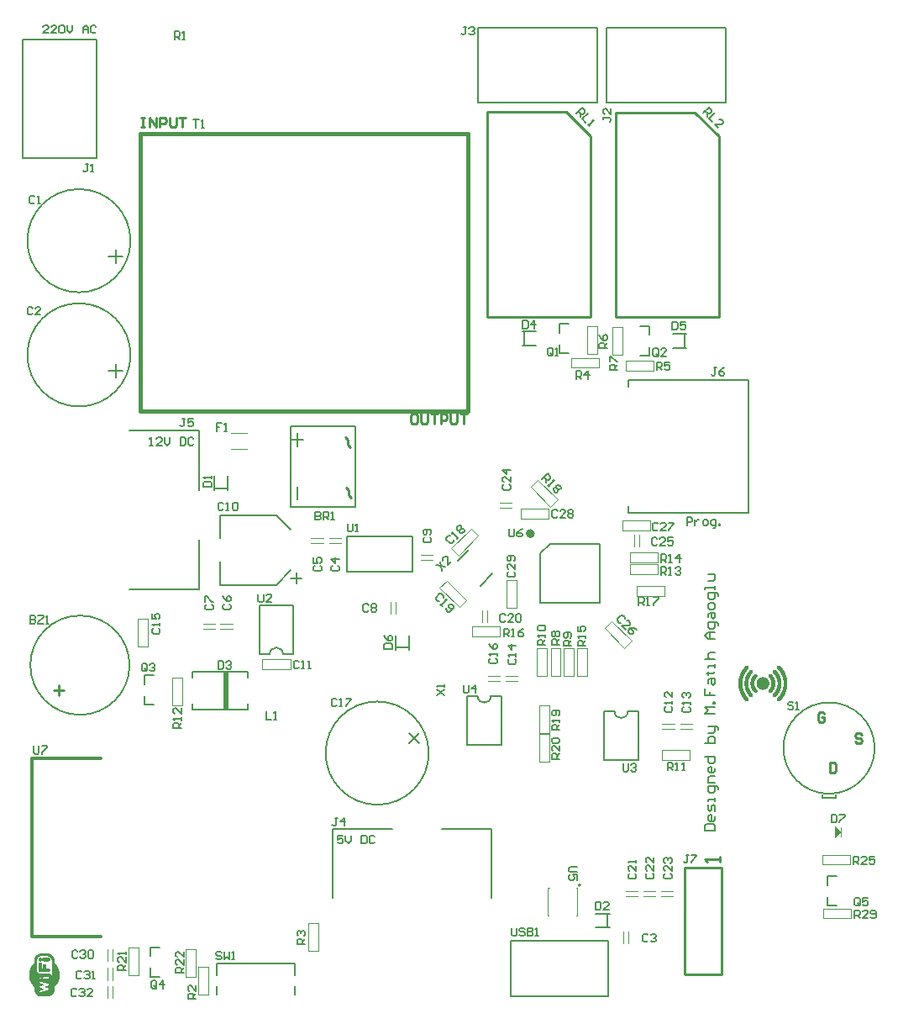
<source format=gto>
G04*
G04 #@! TF.GenerationSoftware,Altium Limited,Altium Designer,22.10.1 (41)*
G04*
G04 Layer_Color=65535*
%FSLAX44Y44*%
%MOMM*%
G71*
G04*
G04 #@! TF.SameCoordinates,FF558BA5-466A-4189-8B58-D4AB7027BDE0*
G04*
G04*
G04 #@! TF.FilePolarity,Positive*
G04*
G01*
G75*
%ADD10C,0.2000*%
%ADD11C,0.5000*%
%ADD12C,0.0083*%
%ADD13C,0.0094*%
%ADD14C,0.1000*%
%ADD15C,0.2500*%
%ADD16C,0.3000*%
%ADD17C,0.4000*%
%ADD18C,0.1500*%
%ADD19C,0.2540*%
%ADD20R,0.6000X3.8000*%
G36*
X830888Y180594D02*
X824888Y174594D01*
Y186594D01*
X830888Y180594D01*
D02*
G37*
D10*
X865000Y265000D02*
G03*
X865000Y265000I-46000J0D01*
G01*
X464792Y317500D02*
G03*
X478208Y317500I6708J0D01*
G01*
X602792Y302000D02*
G03*
X616208Y302000I6708J0D01*
G01*
X568418Y127175D02*
G03*
X568418Y127175I-1000J0D01*
G01*
X268708Y359500D02*
G03*
X255292Y359500I-6708J0D01*
G01*
X415601Y259969D02*
G03*
X415601Y259969I-52000J0D01*
G01*
X114000Y348500D02*
G03*
X114000Y348500I-50000J0D01*
G01*
X115000Y661000D02*
G03*
X115000Y661000I-52000J0D01*
G01*
Y776000D02*
G03*
X115000Y776000I-52000J0D01*
G01*
X826000Y215000D02*
Y218000D01*
X812000Y215000D02*
X826000D01*
X812000D02*
Y218000D01*
X817806Y127158D02*
Y136158D01*
X826806D01*
X817806Y106158D02*
Y115158D01*
Y106158D02*
X826806D01*
X538000Y471000D02*
X588000D01*
X528000Y461000D02*
X538000Y471000D01*
X528000Y411000D02*
Y461000D01*
Y411000D02*
X588000D01*
Y471000D01*
X467969Y428559D02*
X479990Y440580D01*
X444634Y453308D02*
X455948Y464621D01*
X488500Y268500D02*
Y317500D01*
X454500Y268500D02*
X488500D01*
X454500D02*
Y317500D01*
X478208D02*
X488500D01*
X454500D02*
X464792D01*
X626500Y253000D02*
Y302000D01*
X592500Y253000D02*
X626500D01*
X592500D02*
Y302000D01*
X616208D02*
X626500D01*
X592500D02*
X602792D01*
X583931Y84313D02*
X597931D01*
X583931Y98313D02*
X597931D01*
X595931Y84313D02*
Y97313D01*
X509500Y15000D02*
X596500D01*
Y71000D01*
X498500D02*
X596500D01*
X498500Y15000D02*
Y71000D01*
Y15000D02*
X509500D01*
X638000Y660000D02*
Y669000D01*
X629000Y660000D02*
X638000D01*
Y681000D02*
Y690000D01*
X629000D02*
X638000D01*
X661500Y668000D02*
X675500D01*
X661500Y682000D02*
X675500D01*
X673500Y668000D02*
Y681000D01*
X616538Y501579D02*
Y508579D01*
Y501579D02*
X737538D01*
Y635579D01*
X616538D02*
X737538D01*
X616538Y628579D02*
Y635579D01*
X547550Y683500D02*
Y692500D01*
X556550D01*
X547550Y662500D02*
Y671500D01*
Y662500D02*
X556550D01*
X510000Y684500D02*
X524000D01*
X510000Y670500D02*
X524000D01*
X512000Y671500D02*
Y684500D01*
X714900Y915500D02*
Y990500D01*
X594900D02*
X714900D01*
X594900Y958500D02*
Y990500D01*
Y915500D02*
Y958500D01*
Y915500D02*
X714900D01*
X585100D02*
Y990500D01*
X465100D02*
X585100D01*
X465100Y958500D02*
Y990500D01*
Y915500D02*
Y958500D01*
Y915500D02*
X585100D01*
X319000Y113750D02*
Y183750D01*
X379000D01*
X429000D02*
X479000D01*
Y113750D02*
Y183750D01*
X382128Y366318D02*
X395128D01*
X396128Y364318D02*
Y378318D01*
X382128Y364318D02*
Y378318D01*
X333000Y478500D02*
X358000D01*
X333000Y442500D02*
Y478500D01*
Y442500D02*
X399000D01*
Y478500D01*
X358000D02*
X399000D01*
X276000Y507500D02*
Y589500D01*
X342000D01*
Y507500D02*
Y589500D01*
X276000Y507500D02*
X342000D01*
X283000Y515500D02*
Y528500D01*
Y569000D02*
Y582000D01*
X276500Y575500D02*
X289500D01*
X198994Y524876D02*
Y538876D01*
X212994Y524876D02*
Y538876D01*
X198994Y526876D02*
X211994D01*
X205000Y429500D02*
Y452500D01*
Y429500D02*
X259000D01*
X262000D01*
X276500Y444000D01*
X205000Y476500D02*
Y499500D01*
X259000D01*
X262000D01*
X276500Y485000D01*
X282000Y430500D02*
Y441500D01*
X276500Y436000D02*
X287500D01*
X268708Y359500D02*
X279000D01*
X245000D02*
X255292D01*
X279000D02*
Y408500D01*
X245000D02*
X279000D01*
X245000Y359500D02*
Y408500D01*
X396128Y269869D02*
X406027Y279768D01*
X396128D02*
X406027Y269869D01*
X233226Y335580D02*
Y341580D01*
X177226D02*
X233226D01*
X177226Y335580D02*
Y341580D01*
X233226Y303580D02*
Y309580D01*
X177226Y303580D02*
X233226D01*
X177226D02*
Y309580D01*
X129000Y329500D02*
Y338500D01*
X138000D01*
X129000Y308500D02*
Y317500D01*
Y308500D02*
X138000D01*
X201500Y36500D02*
Y48500D01*
X280500D01*
Y36500D02*
Y48500D01*
Y16500D02*
Y25500D01*
X201500Y16500D02*
Y25500D01*
X135000Y55500D02*
Y64500D01*
X144000D01*
X135000Y34500D02*
Y43500D01*
Y34500D02*
X144000D01*
X113750Y584500D02*
X183750D01*
Y524500D02*
Y584500D01*
Y424500D02*
Y474500D01*
X113750Y424500D02*
X183750D01*
X93000Y645000D02*
X107000D01*
X100000Y638000D02*
Y652000D01*
X93000Y760000D02*
X107000D01*
X100000Y753000D02*
Y767000D01*
X6000Y979000D02*
X81000D01*
X6000Y859000D02*
Y979000D01*
Y859000D02*
X38000D01*
X81000D01*
Y979000D01*
X694156Y181591D02*
X704153D01*
Y186589D01*
X702487Y188255D01*
X695823D01*
X694156Y186589D01*
Y181591D01*
X704153Y196586D02*
Y193254D01*
X702487Y191588D01*
X699155D01*
X697489Y193254D01*
Y196586D01*
X699155Y198252D01*
X700821D01*
Y191588D01*
X704153Y201584D02*
Y206583D01*
X702487Y208249D01*
X700821Y206583D01*
Y203250D01*
X699155Y201584D01*
X697489Y203250D01*
Y208249D01*
X704153Y211581D02*
Y214913D01*
Y213247D01*
X697489D01*
Y211581D01*
X707486Y223244D02*
Y224910D01*
X705819Y226576D01*
X697489D01*
Y221578D01*
X699155Y219912D01*
X702487D01*
X704153Y221578D01*
Y226576D01*
Y229909D02*
X697489D01*
Y234907D01*
X699155Y236573D01*
X704153D01*
Y244904D02*
Y241571D01*
X702487Y239905D01*
X699155D01*
X697489Y241571D01*
Y244904D01*
X699155Y246570D01*
X700821D01*
Y239905D01*
X694156Y256567D02*
X704153D01*
Y251568D01*
X702487Y249902D01*
X699155D01*
X697489Y251568D01*
Y256567D01*
X694156Y269896D02*
X704153D01*
Y274894D01*
X702487Y276560D01*
X700821D01*
X699155D01*
X697489Y274894D01*
Y269896D01*
Y279892D02*
X702487D01*
X704153Y281558D01*
Y286557D01*
X705819D01*
X707486Y284891D01*
Y283225D01*
X704153Y286557D02*
X697489D01*
X704153Y299886D02*
X694156D01*
X697489Y303218D01*
X694156Y306550D01*
X704153D01*
Y309883D02*
X702487D01*
Y311549D01*
X704153D01*
Y309883D01*
X694156Y324878D02*
Y318213D01*
X699155D01*
Y321546D01*
Y318213D01*
X704153D01*
X697489Y329876D02*
Y333209D01*
X699155Y334875D01*
X704153D01*
Y329876D01*
X702487Y328210D01*
X700821Y329876D01*
Y334875D01*
X695823Y339873D02*
X697489D01*
Y338207D01*
Y341539D01*
Y339873D01*
X702487D01*
X704153Y341539D01*
Y346538D02*
Y349870D01*
Y348204D01*
X697489D01*
Y346538D01*
X694156Y354868D02*
X704153D01*
X699155D01*
X697489Y356534D01*
Y359867D01*
X699155Y361533D01*
X704153D01*
Y374862D02*
X697489D01*
X694156Y378194D01*
X697489Y381526D01*
X704153D01*
X699155D01*
Y374862D01*
X707486Y388191D02*
Y389857D01*
X705819Y391523D01*
X697489D01*
Y386525D01*
X699155Y384859D01*
X702487D01*
X704153Y386525D01*
Y391523D01*
X697489Y396521D02*
Y399854D01*
X699155Y401520D01*
X704153D01*
Y396521D01*
X702487Y394855D01*
X700821Y396521D01*
Y401520D01*
X704153Y406518D02*
Y409851D01*
X702487Y411517D01*
X699155D01*
X697489Y409851D01*
Y406518D01*
X699155Y404852D01*
X702487D01*
X704153Y406518D01*
X707486Y418181D02*
Y419847D01*
X705819Y421513D01*
X697489D01*
Y416515D01*
X699155Y414849D01*
X702487D01*
X704153Y416515D01*
Y421513D01*
Y424846D02*
Y428178D01*
Y426512D01*
X694156D01*
Y424846D01*
X697489Y433176D02*
X702487D01*
X704153Y434842D01*
Y439841D01*
X697489D01*
D11*
X520000Y481000D02*
G03*
X520000Y481000I-2000J0D01*
G01*
D12*
X12691Y35963D02*
Y37791D01*
X12774Y35048D02*
Y38706D01*
X12857Y34467D02*
Y39287D01*
X12940Y33968D02*
Y39786D01*
X13023Y33552D02*
Y40202D01*
X13106Y33220D02*
Y40534D01*
X13190Y32887D02*
Y40867D01*
X13273Y32638D02*
Y41116D01*
X13356Y32389D02*
Y41448D01*
X13439Y32056D02*
Y41698D01*
X13522Y31807D02*
Y41947D01*
X13605Y31641D02*
Y42113D01*
X13688Y31391D02*
Y42363D01*
X13771Y31142D02*
Y42612D01*
X13854Y30976D02*
Y42778D01*
X13937Y30810D02*
Y42945D01*
X14021Y30643D02*
Y43194D01*
X14104Y30394D02*
Y43360D01*
X14187Y30228D02*
Y43526D01*
X14270Y30061D02*
Y43693D01*
X14353Y29895D02*
Y43859D01*
X14436Y29729D02*
Y44025D01*
X14519Y29563D02*
Y44191D01*
X14603Y29480D02*
Y44275D01*
X14686Y29313D02*
Y44441D01*
X14769Y29147D02*
Y44607D01*
X14852Y29064D02*
Y44773D01*
X14935Y28898D02*
Y44856D01*
X15018Y28732D02*
Y45023D01*
X15101Y28648D02*
Y45106D01*
X15184Y28482D02*
Y45272D01*
X15267Y28399D02*
Y45355D01*
X15351Y28233D02*
Y45521D01*
X15434Y28150D02*
Y45604D01*
X15517Y27984D02*
Y45771D01*
X15600Y27900D02*
Y45854D01*
X15683Y27817D02*
Y45937D01*
X15766Y27651D02*
Y46103D01*
X15849Y27568D02*
Y46186D01*
X15932Y27485D02*
Y46269D01*
X16015Y27402D02*
Y46352D01*
X16099Y27236D02*
Y46519D01*
X16182Y27152D02*
Y46602D01*
X16265Y27069D02*
Y46685D01*
X16348Y26986D02*
Y46768D01*
X16431Y26903D02*
Y46851D01*
X16514Y26737D02*
Y47017D01*
X16597Y26654D02*
Y47100D01*
X16680Y26570D02*
Y47183D01*
X16763Y26487D02*
Y47267D01*
X16847Y26404D02*
Y47350D01*
X16930Y26321D02*
Y47433D01*
X17013Y26238D02*
Y47516D01*
X17096Y26155D02*
Y47599D01*
X17179Y26072D02*
Y47682D01*
X17262Y25989D02*
Y47765D01*
X17345Y25906D02*
Y47849D01*
X17428Y25823D02*
Y47932D01*
X17512Y25739D02*
Y48015D01*
X17595Y25656D02*
Y48098D01*
X17678Y25573D02*
Y48181D01*
X17761Y25490D02*
Y48264D01*
X17844Y25407D02*
Y48347D01*
X17927Y25324D02*
Y48430D01*
X18010Y22082D02*
Y51672D01*
X18093Y21417D02*
Y52337D01*
X18176Y21002D02*
Y52752D01*
X18260Y20669D02*
Y53085D01*
X18343Y20420D02*
Y53334D01*
X18426Y20171D02*
Y53584D01*
X18509Y20004D02*
Y53750D01*
X18592Y19755D02*
Y53999D01*
X18675Y19589D02*
Y54165D01*
X18758Y19422D02*
Y54332D01*
X18841Y19256D02*
Y54498D01*
X18924Y19090D02*
Y54664D01*
X19008Y19007D02*
Y54747D01*
X19091Y18841D02*
Y54914D01*
X19174Y18757D02*
Y54997D01*
X19257Y18591D02*
Y55163D01*
X19340Y18508D02*
Y55246D01*
X19423Y18342D02*
Y55412D01*
X19506Y18259D02*
Y55495D01*
X19590Y18176D02*
Y55578D01*
X19673Y18093D02*
Y55662D01*
X19756Y17926D02*
Y55828D01*
X19839Y17843D02*
Y41698D01*
Y51173D02*
Y55911D01*
X19922Y17760D02*
Y40950D01*
Y52004D02*
Y55994D01*
X20005Y17677D02*
Y40617D01*
Y52337D02*
Y56077D01*
X20088Y17594D02*
Y40368D01*
Y52669D02*
Y56160D01*
X20171Y17511D02*
Y40202D01*
Y52919D02*
Y56243D01*
X20254Y17428D02*
Y40036D01*
Y53085D02*
Y56326D01*
X20338Y17344D02*
Y39869D01*
Y53334D02*
Y56410D01*
X20421Y17344D02*
Y39703D01*
Y53500D02*
Y56410D01*
X20504Y17261D02*
Y39537D01*
Y53584D02*
Y56493D01*
X20587Y17178D02*
Y39454D01*
Y53750D02*
Y56576D01*
X20670Y17095D02*
Y39371D01*
Y53916D02*
Y56659D01*
X20753Y17012D02*
Y39204D01*
Y53999D02*
Y56742D01*
X20836Y16929D02*
Y39121D01*
Y54165D02*
Y56742D01*
X20919Y16929D02*
Y39038D01*
Y54248D02*
Y56825D01*
X21003Y16846D02*
Y38955D01*
Y54332D02*
Y56908D01*
X21086Y16763D02*
Y38872D01*
Y54498D02*
Y56991D01*
X21169Y16763D02*
Y38789D01*
Y54581D02*
Y56991D01*
X21252Y16680D02*
Y38706D01*
Y54664D02*
Y57074D01*
X21335Y16596D02*
Y38706D01*
Y54747D02*
Y57158D01*
X21418Y16596D02*
Y38623D01*
Y54830D02*
Y57158D01*
X21501Y16513D02*
Y38539D01*
Y54914D02*
Y57241D01*
X21584Y16513D02*
Y38456D01*
Y54997D02*
Y57241D01*
X21667Y16430D02*
Y38456D01*
Y55080D02*
Y57324D01*
X21751Y16347D02*
Y38373D01*
Y55163D02*
Y57324D01*
X21834Y16347D02*
Y38373D01*
Y55163D02*
Y57407D01*
X21917Y16264D02*
Y38290D01*
Y55246D02*
Y57407D01*
X22000Y16264D02*
Y38207D01*
Y55329D02*
Y57490D01*
X22083Y16181D02*
Y38207D01*
Y55412D02*
Y57490D01*
X22166Y16181D02*
Y38124D01*
Y55412D02*
Y57573D01*
X22249Y16181D02*
Y38124D01*
Y55495D02*
Y57573D01*
X22332Y16098D02*
Y38124D01*
Y55495D02*
Y57656D01*
X22415Y16098D02*
Y38041D01*
Y55578D02*
Y57656D01*
X22499Y16015D02*
Y33719D01*
Y33802D02*
Y38041D01*
Y41282D02*
Y48513D01*
Y51838D02*
Y52919D01*
Y55662D02*
Y57739D01*
X22582Y16015D02*
Y20254D01*
Y20669D02*
Y24576D01*
Y25241D02*
Y28898D01*
Y29729D02*
Y33303D01*
Y34217D02*
Y38041D01*
Y41116D02*
Y48680D01*
Y51672D02*
Y53085D01*
Y55662D02*
Y57739D01*
X22665Y16015D02*
Y19921D01*
Y20919D02*
Y24326D01*
Y25490D02*
Y28732D01*
Y29978D02*
Y33137D01*
Y34383D02*
Y37958D01*
Y40950D02*
Y48846D01*
Y51506D02*
Y53251D01*
Y55745D02*
Y57739D01*
X22748Y15932D02*
Y19755D01*
Y21085D02*
Y24160D01*
Y25656D02*
Y28565D01*
Y30061D02*
Y32970D01*
Y34550D02*
Y37958D01*
Y40867D02*
Y48929D01*
Y51423D02*
Y53334D01*
Y55745D02*
Y57822D01*
X22831Y15932D02*
Y19672D01*
Y21251D02*
Y24077D01*
Y25739D02*
Y28482D01*
Y30145D02*
Y32887D01*
Y34633D02*
Y37958D01*
Y40784D02*
Y49012D01*
Y51339D02*
Y53417D01*
Y55828D02*
Y57822D01*
X22914Y15932D02*
Y19589D01*
Y21334D02*
Y23994D01*
Y25823D02*
Y28399D01*
Y30228D02*
Y32804D01*
Y34716D02*
Y37874D01*
Y40700D02*
Y49095D01*
Y51256D02*
Y53500D01*
Y55828D02*
Y57822D01*
X22997Y15848D02*
Y19506D01*
Y21417D02*
Y23911D01*
Y25906D02*
Y28316D01*
Y30311D02*
Y32721D01*
Y34799D02*
Y37874D01*
Y40617D02*
Y49095D01*
Y51256D02*
Y53584D01*
Y55911D02*
Y57906D01*
X23080Y15848D02*
Y19422D01*
Y21500D02*
Y23828D01*
Y25989D02*
Y28233D01*
Y30394D02*
Y32721D01*
Y34882D02*
Y37874D01*
Y40534D02*
Y49178D01*
Y51173D02*
Y53584D01*
Y55911D02*
Y57906D01*
X23163Y15848D02*
Y19422D01*
Y21583D02*
Y23744D01*
Y26072D02*
Y28233D01*
Y30394D02*
Y32638D01*
Y34882D02*
Y37874D01*
Y40534D02*
Y49178D01*
Y51173D02*
Y53667D01*
Y55994D02*
Y57906D01*
X23247Y15765D02*
Y19339D01*
Y21667D02*
Y23744D01*
Y26072D02*
Y28150D01*
Y30477D02*
Y32638D01*
Y34965D02*
Y37874D01*
Y40451D02*
Y49261D01*
Y51090D02*
Y53667D01*
Y55994D02*
Y57989D01*
X23330Y15765D02*
Y19339D01*
Y21667D02*
Y23661D01*
Y26155D02*
Y28150D01*
Y30477D02*
Y32555D01*
Y34965D02*
Y37874D01*
Y40451D02*
Y49261D01*
Y51090D02*
Y53667D01*
Y55994D02*
Y57989D01*
X23413Y15765D02*
Y19339D01*
Y21750D02*
Y23661D01*
Y26155D02*
Y28067D01*
Y30477D02*
Y32555D01*
Y34965D02*
Y37791D01*
Y40451D02*
Y49261D01*
Y51090D02*
Y53750D01*
Y56077D02*
Y57989D01*
X23496Y15765D02*
Y19256D01*
Y21750D02*
Y23661D01*
Y26155D02*
Y28067D01*
Y30560D02*
Y32555D01*
Y35048D02*
Y37791D01*
Y40368D02*
Y49345D01*
Y51007D02*
Y53750D01*
Y56077D02*
Y57989D01*
X23579Y15682D02*
Y19256D01*
Y21750D02*
Y23578D01*
Y26238D02*
Y28067D01*
Y30560D02*
Y32472D01*
Y35048D02*
Y37791D01*
Y40368D02*
Y49345D01*
Y51007D02*
Y53750D01*
Y56077D02*
Y58072D01*
X23662Y15682D02*
Y19256D01*
Y21833D02*
Y23578D01*
Y26238D02*
Y27984D01*
Y30560D02*
Y32472D01*
Y35048D02*
Y37791D01*
Y40368D02*
Y49345D01*
Y51007D02*
Y53750D01*
Y56160D02*
Y58072D01*
X23745Y15682D02*
Y19256D01*
Y21833D02*
Y23578D01*
Y26238D02*
Y27984D01*
Y30560D02*
Y32472D01*
Y35048D02*
Y37791D01*
Y40368D02*
Y49345D01*
Y51007D02*
Y53750D01*
Y56160D02*
Y58072D01*
X23828Y15682D02*
Y19256D01*
Y21833D02*
Y23495D01*
Y26321D02*
Y27984D01*
Y30560D02*
Y32472D01*
Y35048D02*
Y37791D01*
Y40368D02*
Y49345D01*
Y51007D02*
Y53750D01*
Y56160D02*
Y58072D01*
X23912Y15682D02*
Y19256D01*
Y21833D02*
Y23495D01*
Y26321D02*
Y27984D01*
Y30560D02*
Y32472D01*
Y35048D02*
Y37791D01*
Y40368D02*
Y49345D01*
Y51007D02*
Y53750D01*
Y56160D02*
Y58072D01*
X23995Y15599D02*
Y19256D01*
Y21916D02*
Y23495D01*
Y26321D02*
Y27900D01*
Y30560D02*
Y32472D01*
Y35048D02*
Y37791D01*
Y40368D02*
Y49345D01*
Y51007D02*
Y53750D01*
Y56243D02*
Y58072D01*
X24078Y15599D02*
Y19256D01*
Y21916D02*
Y23495D01*
Y26321D02*
Y27900D01*
Y30560D02*
Y32555D01*
Y35048D02*
Y37791D01*
Y40368D02*
Y49345D01*
Y51007D02*
Y53750D01*
Y56243D02*
Y58155D01*
X24161Y15599D02*
Y19256D01*
Y21916D02*
Y23412D01*
Y26404D02*
Y27900D01*
Y30560D02*
Y32555D01*
Y34965D02*
Y37791D01*
Y40368D02*
Y49261D01*
Y51090D02*
Y53750D01*
Y56243D02*
Y58155D01*
X24244Y15599D02*
Y19339D01*
Y21999D02*
Y23412D01*
Y26404D02*
Y27817D01*
Y30477D02*
Y32555D01*
Y34965D02*
Y37791D01*
Y40368D02*
Y49261D01*
Y51090D02*
Y53667D01*
Y56243D02*
Y58155D01*
X24327Y15599D02*
Y19339D01*
Y21999D02*
Y23412D01*
Y26404D02*
Y27817D01*
Y30477D02*
Y32638D01*
Y34965D02*
Y37791D01*
Y40368D02*
Y49261D01*
Y51090D02*
Y53667D01*
Y56243D02*
Y58155D01*
X24410Y15599D02*
Y19339D01*
Y21999D02*
Y23412D01*
Y26404D02*
Y27817D01*
Y30477D02*
Y32638D01*
Y34882D02*
Y37791D01*
Y40368D02*
Y49178D01*
Y51173D02*
Y53667D01*
Y56326D02*
Y58155D01*
X24493Y15599D02*
Y19339D01*
Y21999D02*
Y23329D01*
Y26487D02*
Y27817D01*
Y30477D02*
Y32721D01*
Y34882D02*
Y37791D01*
Y40368D02*
Y49178D01*
Y51173D02*
Y53584D01*
Y56326D02*
Y58155D01*
X24576Y15599D02*
Y19422D01*
Y22082D02*
Y23329D01*
Y26487D02*
Y27734D01*
Y30394D02*
Y32721D01*
Y34799D02*
Y37791D01*
Y40368D02*
Y49095D01*
Y51256D02*
Y53584D01*
Y56326D02*
Y58155D01*
X24660Y15599D02*
Y19422D01*
Y22082D02*
Y23329D01*
Y26487D02*
Y27734D01*
Y30394D02*
Y32804D01*
Y34716D02*
Y37791D01*
Y40368D02*
Y49095D01*
Y51256D02*
Y53500D01*
Y56326D02*
Y58155D01*
X24743Y15599D02*
Y19422D01*
Y22082D02*
Y23246D01*
Y26570D02*
Y27734D01*
Y30394D02*
Y32887D01*
Y34633D02*
Y37791D01*
Y40368D02*
Y49012D01*
Y51339D02*
Y53417D01*
Y56326D02*
Y58155D01*
X24826Y15599D02*
Y19506D01*
Y22082D02*
Y23246D01*
Y26570D02*
Y27734D01*
Y30311D02*
Y32970D01*
Y34550D02*
Y37791D01*
Y40368D02*
Y48929D01*
Y51423D02*
Y53334D01*
Y56326D02*
Y58155D01*
X24909Y15599D02*
Y19506D01*
Y22165D02*
Y23246D01*
Y26570D02*
Y27651D01*
Y30311D02*
Y33137D01*
Y34383D02*
Y37791D01*
Y40368D02*
Y48846D01*
Y51506D02*
Y53251D01*
Y56326D02*
Y58155D01*
X24992Y15599D02*
Y19506D01*
Y22165D02*
Y23246D01*
Y26570D02*
Y27651D01*
Y30311D02*
Y33303D01*
Y34217D02*
Y37791D01*
Y40368D02*
Y48680D01*
Y51672D02*
Y53085D01*
Y56326D02*
Y58155D01*
X25075Y15599D02*
Y19506D01*
Y22165D02*
Y23163D01*
Y26654D02*
Y27651D01*
Y30311D02*
Y33719D01*
Y33802D02*
Y37791D01*
Y40368D02*
Y48513D01*
Y51838D02*
Y52919D01*
Y56326D02*
Y58155D01*
X25158Y15599D02*
Y19589D01*
Y22248D02*
Y23163D01*
Y26654D02*
Y27568D01*
Y30228D02*
Y37791D01*
Y40368D02*
Y43111D01*
Y56326D02*
Y58155D01*
X25241Y15599D02*
Y19589D01*
Y22248D02*
Y23163D01*
Y26654D02*
Y27568D01*
Y30228D02*
Y37791D01*
Y40368D02*
Y43111D01*
Y56326D02*
Y58155D01*
X25325Y15599D02*
Y19589D01*
Y22248D02*
Y23163D01*
Y26654D02*
Y27568D01*
Y30228D02*
Y37791D01*
Y40368D02*
Y43111D01*
Y56326D02*
Y58155D01*
X25408Y15599D02*
Y19589D01*
Y22248D02*
Y23080D01*
Y26737D02*
Y27568D01*
Y30228D02*
Y37791D01*
Y40368D02*
Y43111D01*
Y56326D02*
Y58155D01*
X25491Y15599D02*
Y19672D01*
Y22332D02*
Y23080D01*
Y26737D02*
Y27485D01*
Y30145D02*
Y37791D01*
Y40368D02*
Y43111D01*
Y56326D02*
Y58155D01*
X25574Y15599D02*
Y19672D01*
Y22332D02*
Y23080D01*
Y26737D02*
Y27485D01*
Y30145D02*
Y37791D01*
Y40368D02*
Y43111D01*
Y56326D02*
Y58155D01*
X25657Y15599D02*
Y19672D01*
Y22332D02*
Y22996D01*
Y26820D02*
Y27485D01*
Y30145D02*
Y37791D01*
Y40368D02*
Y43111D01*
Y56326D02*
Y58155D01*
X25740Y15599D02*
Y19755D01*
Y22332D02*
Y22996D01*
Y26820D02*
Y27485D01*
Y30061D02*
Y37791D01*
Y40368D02*
Y43111D01*
Y56326D02*
Y58155D01*
X25823Y15599D02*
Y19755D01*
Y22415D02*
Y22996D01*
Y26820D02*
Y27402D01*
Y30061D02*
Y37791D01*
Y40368D02*
Y43111D01*
Y56326D02*
Y58155D01*
X25906Y15599D02*
Y19755D01*
Y22415D02*
Y22996D01*
Y26820D02*
Y27402D01*
Y30061D02*
Y37791D01*
Y40368D02*
Y43111D01*
Y56326D02*
Y58155D01*
X25989Y15599D02*
Y19755D01*
Y22415D02*
Y22913D01*
Y26903D02*
Y27402D01*
Y30061D02*
Y37791D01*
Y40368D02*
Y43111D01*
Y52087D02*
Y52669D01*
Y56326D02*
Y58155D01*
X26073Y15599D02*
Y19838D01*
Y22498D02*
Y22913D01*
Y26903D02*
Y27319D01*
Y29978D02*
Y33552D01*
Y34051D02*
Y37791D01*
Y40368D02*
Y43111D01*
Y51838D02*
Y53002D01*
Y56326D02*
Y58155D01*
X26156Y15599D02*
Y19838D01*
Y22498D02*
Y22913D01*
Y26903D02*
Y27319D01*
Y29978D02*
Y33220D01*
Y34300D02*
Y37791D01*
Y40368D02*
Y43111D01*
Y51672D02*
Y53168D01*
Y56326D02*
Y58155D01*
X26239Y15599D02*
Y19838D01*
Y22498D02*
Y22913D01*
Y26903D02*
Y27319D01*
Y29978D02*
Y33054D01*
Y34467D02*
Y37791D01*
Y40368D02*
Y43111D01*
Y51506D02*
Y53251D01*
Y56326D02*
Y58155D01*
X26322Y15599D02*
Y19838D01*
Y22498D02*
Y22830D01*
Y26986D02*
Y27319D01*
Y29978D02*
Y32970D01*
Y34550D02*
Y37791D01*
Y40368D02*
Y43111D01*
Y51423D02*
Y53334D01*
Y56326D02*
Y58155D01*
X26405Y15599D02*
Y19921D01*
Y22581D02*
Y22830D01*
Y26986D02*
Y27236D01*
Y29895D02*
Y32887D01*
Y34716D02*
Y37791D01*
Y40368D02*
Y43111D01*
Y51339D02*
Y53417D01*
Y56326D02*
Y58155D01*
X26488Y15599D02*
Y19921D01*
Y22581D02*
Y22830D01*
Y26986D02*
Y27236D01*
Y29895D02*
Y32804D01*
Y34799D02*
Y37791D01*
Y40368D02*
Y43111D01*
Y51256D02*
Y53500D01*
Y56326D02*
Y58155D01*
X26571Y15599D02*
Y19921D01*
Y22581D02*
Y22747D01*
Y27069D02*
Y27236D01*
Y29895D02*
Y32721D01*
Y34799D02*
Y37791D01*
Y40368D02*
Y43111D01*
Y51173D02*
Y53584D01*
Y56326D02*
Y58155D01*
X26654Y15599D02*
Y20004D01*
Y22581D02*
Y22747D01*
Y27069D02*
Y27236D01*
Y29812D02*
Y32638D01*
Y34882D02*
Y37791D01*
Y40368D02*
Y43111D01*
Y51173D02*
Y53584D01*
Y56326D02*
Y58155D01*
X26737Y15599D02*
Y20004D01*
Y22664D02*
Y22747D01*
Y27069D02*
Y27152D01*
Y29812D02*
Y32638D01*
Y34965D02*
Y37791D01*
Y40368D02*
Y43111D01*
Y51090D02*
Y53667D01*
Y56326D02*
Y58155D01*
X26821Y15599D02*
Y20004D01*
Y29812D02*
Y32555D01*
Y34965D02*
Y37791D01*
Y40368D02*
Y43111D01*
Y51090D02*
Y53667D01*
Y56326D02*
Y58155D01*
X26904Y15599D02*
Y20004D01*
Y29812D02*
Y32555D01*
Y34965D02*
Y37791D01*
Y40368D02*
Y46602D01*
Y51090D02*
Y53750D01*
Y56326D02*
Y58155D01*
X26987Y15599D02*
Y20087D01*
Y29729D02*
Y32555D01*
Y35048D02*
Y37791D01*
Y40368D02*
Y46851D01*
Y51090D02*
Y53750D01*
Y56326D02*
Y58155D01*
X27070Y15599D02*
Y20087D01*
Y29729D02*
Y32472D01*
Y35048D02*
Y37791D01*
Y40368D02*
Y47017D01*
Y51007D02*
Y53750D01*
Y56326D02*
Y58155D01*
X27153Y15599D02*
Y20087D01*
Y29729D02*
Y32472D01*
Y35048D02*
Y37791D01*
Y40368D02*
Y47100D01*
Y51007D02*
Y53750D01*
Y56326D02*
Y58155D01*
X27236Y15599D02*
Y20087D01*
Y29729D02*
Y32472D01*
Y35048D02*
Y37791D01*
Y40368D02*
Y47183D01*
Y51007D02*
Y53750D01*
Y56326D02*
Y58155D01*
X27319Y15599D02*
Y20171D01*
Y29646D02*
Y32472D01*
Y35048D02*
Y37791D01*
Y40368D02*
Y47267D01*
Y51007D02*
Y53750D01*
Y56326D02*
Y58155D01*
X27403Y15599D02*
Y20171D01*
Y29646D02*
Y32472D01*
Y35048D02*
Y37791D01*
Y40368D02*
Y47350D01*
Y51007D02*
Y53750D01*
Y56326D02*
Y58155D01*
X27486Y15599D02*
Y20171D01*
Y29646D02*
Y32472D01*
Y35048D02*
Y37791D01*
Y40368D02*
Y47350D01*
Y51007D02*
Y53750D01*
Y56326D02*
Y58155D01*
X27569Y15599D02*
Y20254D01*
Y29563D02*
Y32472D01*
Y35048D02*
Y37791D01*
Y40368D02*
Y47433D01*
Y51007D02*
Y53750D01*
Y56326D02*
Y58155D01*
X27652Y15599D02*
Y20254D01*
Y29563D02*
Y32472D01*
Y35048D02*
Y37791D01*
Y40368D02*
Y47433D01*
Y51007D02*
Y53750D01*
Y56326D02*
Y58155D01*
X27735Y15599D02*
Y20254D01*
Y29563D02*
Y32472D01*
Y35048D02*
Y37791D01*
Y40368D02*
Y47516D01*
Y51007D02*
Y53750D01*
Y56326D02*
Y58155D01*
X27818Y15599D02*
Y20254D01*
Y29563D02*
Y32472D01*
Y35048D02*
Y37791D01*
Y40368D02*
Y47516D01*
Y51007D02*
Y53750D01*
Y56326D02*
Y58155D01*
X27901Y15599D02*
Y20337D01*
Y29480D02*
Y32472D01*
Y35048D02*
Y37791D01*
Y40368D02*
Y47516D01*
Y51007D02*
Y53750D01*
Y56326D02*
Y58155D01*
X27984Y15599D02*
Y20337D01*
Y29480D02*
Y32472D01*
Y35048D02*
Y37791D01*
Y40368D02*
Y47516D01*
Y51007D02*
Y53750D01*
Y56326D02*
Y58155D01*
X28067Y15599D02*
Y20337D01*
Y29480D02*
Y32472D01*
Y35048D02*
Y37791D01*
Y40368D02*
Y47516D01*
Y51007D02*
Y53750D01*
Y56326D02*
Y58155D01*
X28150Y15599D02*
Y20420D01*
Y29397D02*
Y32472D01*
Y35048D02*
Y37791D01*
Y40368D02*
Y47516D01*
Y51007D02*
Y53750D01*
Y56326D02*
Y58155D01*
X28234Y15599D02*
Y20420D01*
Y29397D02*
Y32472D01*
Y35048D02*
Y37791D01*
Y40368D02*
Y47516D01*
Y51007D02*
Y53750D01*
Y56326D02*
Y58155D01*
X28317Y15599D02*
Y20420D01*
Y29397D02*
Y32472D01*
Y35048D02*
Y37791D01*
Y40368D02*
Y47516D01*
Y51007D02*
Y53750D01*
Y56326D02*
Y58155D01*
X28400Y15599D02*
Y20420D01*
Y29397D02*
Y32472D01*
Y35048D02*
Y37791D01*
Y40368D02*
Y47516D01*
Y51007D02*
Y53750D01*
Y56326D02*
Y58155D01*
X28483Y15599D02*
Y20503D01*
Y29313D02*
Y32472D01*
Y35048D02*
Y37791D01*
Y40368D02*
Y47516D01*
Y51007D02*
Y53750D01*
Y56326D02*
Y58155D01*
X28566Y15599D02*
Y20503D01*
Y29313D02*
Y32472D01*
Y35048D02*
Y37791D01*
Y40368D02*
Y47516D01*
Y51007D02*
Y53750D01*
Y56326D02*
Y58155D01*
X28649Y15599D02*
Y20503D01*
Y29313D02*
Y32472D01*
Y35048D02*
Y37791D01*
Y40368D02*
Y47516D01*
Y51007D02*
Y53750D01*
Y56326D02*
Y58155D01*
X28732Y15599D02*
Y20503D01*
Y29313D02*
Y32472D01*
Y35048D02*
Y37791D01*
Y40368D02*
Y47516D01*
Y51007D02*
Y53750D01*
Y56326D02*
Y58155D01*
X28816Y15599D02*
Y20586D01*
Y24825D02*
Y24991D01*
Y29230D02*
Y32472D01*
Y35048D02*
Y37791D01*
Y40368D02*
Y47433D01*
Y51007D02*
Y53750D01*
Y56326D02*
Y58155D01*
X28899Y15599D02*
Y20586D01*
Y24825D02*
Y24991D01*
Y29230D02*
Y32472D01*
Y35048D02*
Y37791D01*
Y40368D02*
Y47433D01*
Y51007D02*
Y53750D01*
Y56326D02*
Y58155D01*
X28982Y15599D02*
Y20586D01*
Y24825D02*
Y24991D01*
Y29230D02*
Y32472D01*
Y35048D02*
Y37791D01*
Y40368D02*
Y47350D01*
Y51007D02*
Y53750D01*
Y56326D02*
Y58155D01*
X29065Y15599D02*
Y20669D01*
Y24825D02*
Y24991D01*
Y29147D02*
Y32472D01*
Y35048D02*
Y37791D01*
Y40368D02*
Y47267D01*
Y51007D02*
Y53750D01*
Y56326D02*
Y58155D01*
X29148Y15599D02*
Y20669D01*
Y24742D02*
Y25074D01*
Y29147D02*
Y32472D01*
Y35048D02*
Y37791D01*
Y40368D02*
Y47267D01*
Y51007D02*
Y53750D01*
Y56326D02*
Y58155D01*
X29231Y15599D02*
Y20669D01*
Y24742D02*
Y25074D01*
Y29147D02*
Y32472D01*
Y35048D02*
Y37791D01*
Y40368D02*
Y47183D01*
Y51007D02*
Y53750D01*
Y56326D02*
Y58155D01*
X29314Y15599D02*
Y20669D01*
Y24742D02*
Y25074D01*
Y29147D02*
Y32472D01*
Y35048D02*
Y37791D01*
Y40368D02*
Y47100D01*
Y51007D02*
Y53750D01*
Y56326D02*
Y58155D01*
X29397Y15599D02*
Y20752D01*
Y24659D02*
Y25157D01*
Y29064D02*
Y32472D01*
Y35048D02*
Y37791D01*
Y40368D02*
Y46934D01*
Y51007D02*
Y53750D01*
Y56326D02*
Y58155D01*
X29480Y15599D02*
Y20752D01*
Y24659D02*
Y25157D01*
Y29064D02*
Y32472D01*
Y35048D02*
Y37791D01*
Y40368D02*
Y46768D01*
Y51007D02*
Y53750D01*
Y56326D02*
Y58155D01*
X29564Y15599D02*
Y20752D01*
Y24659D02*
Y25157D01*
Y29064D02*
Y32472D01*
Y35048D02*
Y37791D01*
Y40368D02*
Y46519D01*
Y51007D02*
Y53750D01*
Y56326D02*
Y58155D01*
X29647Y15599D02*
Y20752D01*
Y24659D02*
Y25157D01*
Y29064D02*
Y32472D01*
Y35048D02*
Y37791D01*
Y40368D02*
Y43111D01*
Y51007D02*
Y53750D01*
Y56326D02*
Y58155D01*
X29730Y15599D02*
Y20835D01*
Y24576D02*
Y25241D01*
Y28981D02*
Y32472D01*
Y35048D02*
Y37791D01*
Y40368D02*
Y43111D01*
Y51007D02*
Y53750D01*
Y56326D02*
Y58155D01*
X29813Y15599D02*
Y20835D01*
Y24576D02*
Y25241D01*
Y28981D02*
Y32472D01*
Y35048D02*
Y37791D01*
Y40368D02*
Y43111D01*
Y51007D02*
Y53750D01*
Y56326D02*
Y58155D01*
X29896Y15599D02*
Y20835D01*
Y24576D02*
Y25241D01*
Y28981D02*
Y32472D01*
Y35048D02*
Y37791D01*
Y40368D02*
Y43111D01*
Y51007D02*
Y53750D01*
Y56326D02*
Y58155D01*
X29979Y15599D02*
Y20919D01*
Y24493D02*
Y25324D01*
Y28898D02*
Y32472D01*
Y35048D02*
Y37791D01*
Y40368D02*
Y43111D01*
Y51007D02*
Y53750D01*
Y56326D02*
Y58155D01*
X30062Y15599D02*
Y20919D01*
Y24493D02*
Y25324D01*
Y28898D02*
Y32472D01*
Y35048D02*
Y37791D01*
Y40368D02*
Y43111D01*
Y51007D02*
Y53750D01*
Y56326D02*
Y58155D01*
X30145Y15599D02*
Y20919D01*
Y24493D02*
Y25324D01*
Y28898D02*
Y32472D01*
Y35048D02*
Y37791D01*
Y40368D02*
Y43111D01*
Y51007D02*
Y53750D01*
Y56326D02*
Y58155D01*
X30229Y15599D02*
Y20919D01*
Y24493D02*
Y25324D01*
Y28898D02*
Y32472D01*
Y35048D02*
Y37791D01*
Y40368D02*
Y43111D01*
Y51007D02*
Y53750D01*
Y56326D02*
Y58155D01*
X30312Y15599D02*
Y21002D01*
Y24409D02*
Y25407D01*
Y28815D02*
Y32472D01*
Y35048D02*
Y37791D01*
Y40368D02*
Y43111D01*
Y51007D02*
Y53750D01*
Y56326D02*
Y58155D01*
X30395Y15599D02*
Y21002D01*
Y24409D02*
Y25407D01*
Y28815D02*
Y32472D01*
Y35048D02*
Y37791D01*
Y40368D02*
Y43111D01*
Y51007D02*
Y53750D01*
Y56326D02*
Y58155D01*
X30478Y15599D02*
Y21002D01*
Y24409D02*
Y25407D01*
Y28815D02*
Y32472D01*
Y35048D02*
Y37791D01*
Y40368D02*
Y43111D01*
Y51007D02*
Y53750D01*
Y56326D02*
Y58155D01*
X30561Y15599D02*
Y21002D01*
Y24326D02*
Y25490D01*
Y28815D02*
Y32472D01*
Y35048D02*
Y37791D01*
Y40368D02*
Y43111D01*
Y51007D02*
Y53750D01*
Y56326D02*
Y58155D01*
X30644Y15599D02*
Y21085D01*
Y24326D02*
Y25490D01*
Y28732D02*
Y32472D01*
Y35048D02*
Y37791D01*
Y40368D02*
Y43111D01*
Y51007D02*
Y53750D01*
Y56326D02*
Y58155D01*
X30727Y15599D02*
Y21085D01*
Y24326D02*
Y25490D01*
Y28732D02*
Y32472D01*
Y35048D02*
Y37791D01*
Y40368D02*
Y43111D01*
Y51007D02*
Y53750D01*
Y56326D02*
Y58155D01*
X30810Y15599D02*
Y21085D01*
Y24326D02*
Y25490D01*
Y28732D02*
Y32472D01*
Y35048D02*
Y37791D01*
Y40368D02*
Y43111D01*
Y51007D02*
Y53750D01*
Y56326D02*
Y58155D01*
X30893Y15599D02*
Y21168D01*
Y24243D02*
Y25573D01*
Y28648D02*
Y32472D01*
Y35048D02*
Y37791D01*
Y40368D02*
Y43111D01*
Y51007D02*
Y53750D01*
Y56326D02*
Y58155D01*
X30977Y15599D02*
Y21168D01*
Y24243D02*
Y25573D01*
Y28648D02*
Y32472D01*
Y35048D02*
Y37791D01*
Y40368D02*
Y43111D01*
Y51007D02*
Y53750D01*
Y56326D02*
Y58155D01*
X31060Y15599D02*
Y21168D01*
Y24243D02*
Y25573D01*
Y28648D02*
Y32472D01*
Y35048D02*
Y37791D01*
Y40368D02*
Y43111D01*
Y51007D02*
Y53750D01*
Y56326D02*
Y58155D01*
X31143Y15599D02*
Y21168D01*
Y24160D02*
Y25656D01*
Y28648D02*
Y32472D01*
Y35048D02*
Y37791D01*
Y40368D02*
Y43111D01*
Y51007D02*
Y53750D01*
Y56326D02*
Y58155D01*
X31226Y15599D02*
Y21251D01*
Y24160D02*
Y25656D01*
Y28565D02*
Y32472D01*
Y35048D02*
Y37791D01*
Y40368D02*
Y43111D01*
Y51007D02*
Y53750D01*
Y56243D02*
Y58155D01*
X31309Y15599D02*
Y21251D01*
Y24160D02*
Y25656D01*
Y28565D02*
Y32472D01*
Y35048D02*
Y37791D01*
Y40368D02*
Y43111D01*
Y51007D02*
Y53750D01*
Y56243D02*
Y58155D01*
X31392Y15599D02*
Y21251D01*
Y24160D02*
Y25656D01*
Y28565D02*
Y32472D01*
Y35048D02*
Y37791D01*
Y40368D02*
Y43111D01*
Y51007D02*
Y53750D01*
Y56243D02*
Y58155D01*
X31475Y15599D02*
Y21251D01*
Y24077D02*
Y25739D01*
Y28565D02*
Y32472D01*
Y35048D02*
Y37791D01*
Y40368D02*
Y43111D01*
Y51007D02*
Y53750D01*
Y56243D02*
Y58155D01*
X31558Y15599D02*
Y21334D01*
Y24077D02*
Y25739D01*
Y28482D02*
Y32472D01*
Y35048D02*
Y37791D01*
Y40368D02*
Y43111D01*
Y51007D02*
Y53750D01*
Y56243D02*
Y58072D01*
X31641Y15682D02*
Y21334D01*
Y24077D02*
Y25739D01*
Y28482D02*
Y32472D01*
Y35048D02*
Y37791D01*
Y40368D02*
Y43111D01*
Y51007D02*
Y53750D01*
Y56160D02*
Y58072D01*
X31725Y15682D02*
Y21334D01*
Y23994D02*
Y25823D01*
Y28482D02*
Y32472D01*
Y35048D02*
Y37791D01*
Y40368D02*
Y43111D01*
Y51007D02*
Y53750D01*
Y56160D02*
Y58072D01*
X31808Y15682D02*
Y21417D01*
Y23994D02*
Y25823D01*
Y28399D02*
Y32472D01*
Y35048D02*
Y37791D01*
Y40368D02*
Y43111D01*
Y51007D02*
Y53750D01*
Y56160D02*
Y58072D01*
X31891Y15682D02*
Y21417D01*
Y23994D02*
Y25823D01*
Y28399D02*
Y32472D01*
Y35048D02*
Y37791D01*
Y40368D02*
Y43111D01*
Y51007D02*
Y53750D01*
Y56160D02*
Y58072D01*
X31974Y15682D02*
Y21417D01*
Y23911D02*
Y25906D01*
Y28399D02*
Y32472D01*
Y35048D02*
Y37791D01*
Y40368D02*
Y43111D01*
Y51007D02*
Y53750D01*
Y56077D02*
Y58072D01*
X32057Y15765D02*
Y21500D01*
Y23911D02*
Y25906D01*
Y28316D02*
Y32555D01*
Y35048D02*
Y37791D01*
Y40368D02*
Y43111D01*
Y51007D02*
Y53750D01*
Y56077D02*
Y57989D01*
X32140Y15765D02*
Y21500D01*
Y23911D02*
Y25906D01*
Y28316D02*
Y32555D01*
Y35048D02*
Y37791D01*
Y40451D02*
Y43111D01*
Y51090D02*
Y53750D01*
Y56077D02*
Y57989D01*
X32223Y15765D02*
Y21583D01*
Y23828D02*
Y25989D01*
Y28316D02*
Y32555D01*
Y34965D02*
Y37791D01*
Y40451D02*
Y43028D01*
Y51090D02*
Y53667D01*
Y55994D02*
Y57989D01*
X32306Y15765D02*
Y21583D01*
Y23828D02*
Y25989D01*
Y28233D02*
Y32638D01*
Y34965D02*
Y37791D01*
Y40451D02*
Y43028D01*
Y51090D02*
Y53667D01*
Y55994D02*
Y57989D01*
X32390Y15848D02*
Y21667D01*
Y23744D02*
Y26072D01*
Y28233D02*
Y32638D01*
Y34882D02*
Y37791D01*
Y40534D02*
Y43028D01*
Y51173D02*
Y53667D01*
Y55994D02*
Y57906D01*
X32473Y15848D02*
Y21667D01*
Y23744D02*
Y26072D01*
Y28150D02*
Y32721D01*
Y34882D02*
Y37708D01*
Y40534D02*
Y42945D01*
Y51173D02*
Y53584D01*
Y55911D02*
Y57906D01*
X32556Y15848D02*
Y21750D01*
Y23661D02*
Y26155D01*
Y28067D02*
Y32721D01*
Y34799D02*
Y37708D01*
Y40617D02*
Y42945D01*
Y51256D02*
Y53584D01*
Y55911D02*
Y57906D01*
X32639Y15932D02*
Y21833D01*
Y23578D02*
Y26238D01*
Y27984D02*
Y32804D01*
Y34716D02*
Y37708D01*
Y40617D02*
Y42861D01*
Y51256D02*
Y53500D01*
Y55828D02*
Y57822D01*
X32722Y15932D02*
Y21916D01*
Y23495D02*
Y26321D01*
Y27900D02*
Y32887D01*
Y34633D02*
Y37708D01*
Y40700D02*
Y42778D01*
Y51339D02*
Y53417D01*
Y55828D02*
Y57822D01*
X32805Y15932D02*
Y22082D01*
Y23412D02*
Y26404D01*
Y27817D02*
Y32970D01*
Y34550D02*
Y37708D01*
Y40784D02*
Y42695D01*
Y51423D02*
Y53334D01*
Y55745D02*
Y57822D01*
X32888Y16015D02*
Y22165D01*
Y23246D02*
Y26487D01*
Y27734D02*
Y33137D01*
Y34383D02*
Y37625D01*
Y40950D02*
Y42612D01*
Y51589D02*
Y53251D01*
Y55745D02*
Y57739D01*
X32971Y16015D02*
Y22415D01*
Y23080D02*
Y26654D01*
Y27568D02*
Y33303D01*
Y34217D02*
Y37625D01*
Y41033D02*
Y42446D01*
Y51672D02*
Y53085D01*
Y55662D02*
Y57739D01*
X33054Y16015D02*
Y26903D01*
Y27402D02*
Y37625D01*
Y41199D02*
Y42280D01*
Y51838D02*
Y52919D01*
Y55662D02*
Y57739D01*
X33138Y16098D02*
Y37542D01*
Y55578D02*
Y57656D01*
X33221Y16098D02*
Y37542D01*
Y55578D02*
Y57656D01*
X33304Y16181D02*
Y37542D01*
Y55495D02*
Y57573D01*
X33387Y16181D02*
Y37459D01*
Y55412D02*
Y57573D01*
X33470Y16181D02*
Y37459D01*
Y55329D02*
Y57490D01*
X33553Y16264D02*
Y37376D01*
Y55329D02*
Y57490D01*
X33636Y16264D02*
Y37376D01*
Y55246D02*
Y57407D01*
X33719Y16347D02*
Y37293D01*
Y55163D02*
Y57407D01*
X33802Y16347D02*
Y37293D01*
Y55080D02*
Y57324D01*
X33886Y16430D02*
Y37209D01*
Y55080D02*
Y57324D01*
X33969Y16513D02*
Y37209D01*
Y54997D02*
Y57241D01*
X34052Y16513D02*
Y37126D01*
Y54914D02*
Y57241D01*
X34135Y16596D02*
Y37043D01*
Y54830D02*
Y57158D01*
X34218Y16596D02*
Y36960D01*
Y54747D02*
Y57158D01*
X34301Y16680D02*
Y36960D01*
Y54664D02*
Y57074D01*
X34384Y16763D02*
Y36877D01*
Y54581D02*
Y56991D01*
X34467Y16763D02*
Y36794D01*
Y54498D02*
Y56991D01*
X34551Y16846D02*
Y36711D01*
Y54332D02*
Y56908D01*
X34634Y16929D02*
Y36628D01*
Y54248D02*
Y56825D01*
X34717Y16929D02*
Y36545D01*
Y54165D02*
Y56742D01*
X34800Y17012D02*
Y36461D01*
Y53999D02*
Y56742D01*
X34883Y17095D02*
Y36378D01*
Y53916D02*
Y56659D01*
X34966Y17178D02*
Y36212D01*
Y53750D02*
Y56576D01*
X35049Y17261D02*
Y36129D01*
Y53584D02*
Y56493D01*
X35132Y17344D02*
Y36046D01*
Y53417D02*
Y56410D01*
X35215Y17344D02*
Y35880D01*
Y53251D02*
Y56410D01*
X35299Y17428D02*
Y35713D01*
Y53085D02*
Y56326D01*
X35382Y17511D02*
Y35547D01*
Y52919D02*
Y56243D01*
X35465Y17594D02*
Y35381D01*
Y52669D02*
Y56160D01*
X35548Y17677D02*
Y35132D01*
Y52337D02*
Y56077D01*
X35631Y17760D02*
Y34882D01*
Y52004D02*
Y55994D01*
X35714Y17843D02*
Y34550D01*
Y51090D02*
Y55911D01*
X35797Y18010D02*
Y55745D01*
X35880Y18093D02*
Y55662D01*
X35964Y18176D02*
Y55578D01*
X36047Y18259D02*
Y55495D01*
X36130Y18342D02*
Y55412D01*
X36213Y18508D02*
Y55246D01*
X36296Y18591D02*
Y55163D01*
X36379Y18757D02*
Y54997D01*
X36462Y18841D02*
Y54914D01*
X36545Y19007D02*
Y54747D01*
X36628Y19173D02*
Y54664D01*
X36712Y19256D02*
Y54498D01*
X36795Y19422D02*
Y54332D01*
X36878Y19589D02*
Y54165D01*
X36961Y19755D02*
Y53999D01*
X37044Y20004D02*
Y53750D01*
X37127Y20171D02*
Y53584D01*
X37210Y20420D02*
Y53334D01*
X37293Y20669D02*
Y53085D01*
X37376Y21002D02*
Y52752D01*
X37460Y21417D02*
Y52337D01*
X37543Y22082D02*
Y51672D01*
X37626Y25407D02*
Y48347D01*
X37709Y25407D02*
Y48347D01*
X37792Y25490D02*
Y48264D01*
X37875Y25573D02*
Y48181D01*
X37958Y25656D02*
Y48098D01*
X38042Y25739D02*
Y48015D01*
X38125Y25823D02*
Y47932D01*
X38208Y25906D02*
Y47849D01*
X38291Y25989D02*
Y47765D01*
X38374Y26072D02*
Y47682D01*
X38457Y26155D02*
Y47599D01*
X38540Y26238D02*
Y47516D01*
X38623Y26321D02*
Y47433D01*
X38706Y26404D02*
Y47350D01*
X38790Y26487D02*
Y47267D01*
X38873Y26570D02*
Y47183D01*
X38956Y26654D02*
Y47100D01*
X39039Y26737D02*
Y47017D01*
X39122Y26903D02*
Y46851D01*
X39205Y26986D02*
Y46768D01*
X39288Y27069D02*
Y46685D01*
X39371Y27152D02*
Y46602D01*
X39455Y27236D02*
Y46519D01*
X39538Y27402D02*
Y46352D01*
X39621Y27485D02*
Y46269D01*
X39704Y27568D02*
Y46186D01*
X39787Y27651D02*
Y46103D01*
X39870Y27817D02*
Y45937D01*
X39953Y27900D02*
Y45854D01*
X40036Y27984D02*
Y45771D01*
X40119Y28150D02*
Y45604D01*
X40202Y28233D02*
Y45521D01*
X40286Y28399D02*
Y45355D01*
X40369Y28482D02*
Y45272D01*
X40452Y28648D02*
Y45106D01*
X40535Y28732D02*
Y45023D01*
X40618Y28898D02*
Y44856D01*
X40701Y29064D02*
Y44690D01*
X40784Y29147D02*
Y44607D01*
X40868Y29313D02*
Y44441D01*
X40951Y29480D02*
Y44275D01*
X41034Y29563D02*
Y44108D01*
X41117Y29729D02*
Y44025D01*
X41200Y29895D02*
Y43859D01*
X41283Y30061D02*
Y43693D01*
X41366Y30228D02*
Y43526D01*
X41449Y30394D02*
Y43360D01*
X41532Y30643D02*
Y43111D01*
X41616Y30810D02*
Y42945D01*
X41699Y30976D02*
Y42778D01*
X41782Y31142D02*
Y42612D01*
X41865Y31391D02*
Y42363D01*
X41948Y31641D02*
Y42113D01*
X42031Y31807D02*
Y41947D01*
X42114Y32056D02*
Y41698D01*
X42197Y32389D02*
Y41448D01*
X42280Y32638D02*
Y41116D01*
X42364Y32887D02*
Y40867D01*
X42447Y33220D02*
Y40534D01*
X42530Y33635D02*
Y40202D01*
X42613Y33968D02*
Y39786D01*
X42696Y34467D02*
Y39287D01*
X42779Y35048D02*
Y38706D01*
X42862Y35963D02*
Y37791D01*
D13*
X771756Y338133D02*
X774868D01*
X742140Y323419D02*
X745818D01*
X761003Y329078D02*
X763927D01*
X767134Y315591D02*
X771095D01*
X741196Y336058D02*
X744780D01*
X763078Y340774D02*
X766851D01*
X772039Y337378D02*
X775151D01*
X739970Y332285D02*
X742988D01*
X732708Y315779D02*
X736575D01*
X773170Y330116D02*
X776094D01*
X740725Y325966D02*
X744026D01*
X762607Y319646D02*
X766568D01*
X767040Y328607D02*
X769964D01*
X767134Y331059D02*
X770058D01*
X773170Y331625D02*
X776094D01*
X773170Y331814D02*
X776094D01*
X742045Y323513D02*
X745818D01*
X758645Y339170D02*
X760249D01*
X765436Y337378D02*
X768737D01*
X733839Y331531D02*
X736763D01*
X734500Y325494D02*
X737612D01*
X738178Y318609D02*
X741574D01*
X741008Y335681D02*
X744497D01*
X740064Y328135D02*
X743083D01*
X766379Y325588D02*
X769398D01*
X727803Y332191D02*
X730727D01*
X728086Y334266D02*
X731010D01*
X727897Y333323D02*
X730916D01*
X746478Y332945D02*
X757419D01*
X739027Y343226D02*
X741291D01*
X766285Y335492D02*
X769398D01*
X760532Y327192D02*
X763550D01*
X760720Y333134D02*
X763738D01*
X764776Y322287D02*
X768171D01*
X736197Y339453D02*
X739687D01*
X765153Y322948D02*
X768455D01*
X758268Y337095D02*
X762041D01*
X766568Y334549D02*
X769586D01*
X730916Y342377D02*
X734311D01*
X773170Y329644D02*
X776094D01*
X745912Y330304D02*
X757985D01*
X767040Y332568D02*
X769964D01*
X727803Y328890D02*
X730727D01*
X767889Y344452D02*
X771661D01*
X763456Y340397D02*
X767134D01*
X771190Y321344D02*
X774397D01*
X735537Y338133D02*
X738838D01*
X748270Y325683D02*
X755627D01*
X743083Y322193D02*
X745724D01*
X743271Y338887D02*
X745629D01*
X773076Y332568D02*
X776094D01*
X759588Y325400D02*
X762890D01*
X771756Y338227D02*
X774868D01*
X759023Y324645D02*
X762512D01*
X741102Y325023D02*
X744592D01*
X736009Y339170D02*
X739499D01*
X729784Y320590D02*
X733085D01*
X727897Y328135D02*
X730821D01*
X773170Y331908D02*
X776094D01*
X735066Y337190D02*
X738367D01*
X741196Y324928D02*
X744686D01*
X732236Y316440D02*
X736009D01*
X733085Y345678D02*
X737046D01*
X747516Y326343D02*
X756382D01*
X734688Y347376D02*
X737046D01*
X763173Y340680D02*
X766945D01*
X761098Y331059D02*
X764022D01*
X760249Y326532D02*
X763361D01*
X742234Y323231D02*
X745912D01*
X733273Y315025D02*
X737141D01*
X737046Y340774D02*
X740819D01*
X767134Y331436D02*
X770058D01*
X769303Y318232D02*
X772887D01*
X770529Y340774D02*
X773831D01*
X734500Y347188D02*
X737141D01*
X772510Y325117D02*
X775528D01*
X727803Y331248D02*
X730727D01*
X727992Y334171D02*
X731010D01*
X760249Y334360D02*
X763361D01*
X762890Y317477D02*
X764587D01*
X729218Y338699D02*
X732330D01*
X767889Y344547D02*
X771661D01*
X762890Y343415D02*
X764587D01*
X758079Y323513D02*
X761852D01*
X734594Y335681D02*
X737707D01*
X772887Y326909D02*
X775906D01*
X760720Y332945D02*
X763738D01*
X762324Y342189D02*
X765814D01*
X772416Y324645D02*
X775434D01*
X772887Y333983D02*
X775906D01*
X761098Y330493D02*
X764022D01*
X762324Y318137D02*
X765248D01*
X766757Y315119D02*
X770718D01*
X773170Y330682D02*
X776094D01*
X770435Y320024D02*
X773831D01*
X737046Y320118D02*
X740819D01*
X736103Y339265D02*
X739593D01*
X751477Y324457D02*
X752420D01*
X739876Y331531D02*
X742894D01*
X767606Y316062D02*
X771473D01*
X757985Y322665D02*
X761192D01*
X759494Y325306D02*
X762890D01*
X727803Y331342D02*
X730727D01*
X728369Y325117D02*
X731387D01*
X766757Y347282D02*
X769303D01*
X742800Y322570D02*
X745818D01*
X761098Y330304D02*
X764022D01*
X764493Y321910D02*
X767983D01*
X767134Y329173D02*
X770058D01*
X762607Y343226D02*
X764870D01*
X771378Y339076D02*
X774585D01*
X773076Y332474D02*
X776094D01*
X760909Y332379D02*
X763833D01*
X764776Y338605D02*
X768171D01*
X736763Y340397D02*
X740442D01*
X770058Y341529D02*
X773453D01*
X740253Y327475D02*
X743271D01*
X766757Y347188D02*
X769398D01*
X773170Y331248D02*
X776094D01*
X772982Y333794D02*
X775906D01*
X727803Y330116D02*
X730727D01*
X773170Y331342D02*
X776094D01*
X746478Y328041D02*
X757419D01*
X771661Y322382D02*
X774774D01*
X735914Y322004D02*
X739310D01*
X734500Y313704D02*
X737141D01*
X748176Y335115D02*
X755721D01*
X771001Y339925D02*
X774208D01*
X733934Y332096D02*
X736858D01*
X767134Y329833D02*
X770058D01*
X761098Y330210D02*
X764022D01*
X767134Y329739D02*
X770058D01*
X732990Y345490D02*
X736952D01*
X728275Y325306D02*
X731293D01*
X772605Y325211D02*
X775623D01*
X730538Y341717D02*
X733934D01*
X772605Y325494D02*
X775623D01*
X767417Y315874D02*
X771284D01*
X772982Y327475D02*
X776000D01*
X740442Y326626D02*
X743649D01*
X733839Y314364D02*
X737329D01*
X760343Y326720D02*
X763456D01*
X728558Y324079D02*
X731670D01*
X729312Y338982D02*
X732519D01*
X734028Y332945D02*
X736952D01*
X767134Y331908D02*
X770058D01*
X740913Y335303D02*
X744214D01*
X767134Y329456D02*
X770058D01*
X770247Y341245D02*
X773642D01*
X759117Y336152D02*
X762607D01*
X771284Y321533D02*
X774491D01*
X767040Y332285D02*
X769964D01*
X768737Y317383D02*
X772322D01*
X769209Y318043D02*
X772793D01*
X735254Y337473D02*
X738461D01*
X766474Y325872D02*
X769492D01*
X730161Y341057D02*
X733556D01*
X760909Y328418D02*
X763833D01*
X772605Y325306D02*
X775623D01*
X729312Y339170D02*
X732519D01*
X762324Y342377D02*
X765625D01*
X727803Y329833D02*
X730727D01*
X736669Y340208D02*
X740347D01*
X746195Y332285D02*
X757702D01*
X766379Y335115D02*
X769492D01*
X740536Y334360D02*
X743649D01*
X766285Y325494D02*
X769398D01*
X728369Y325023D02*
X731387D01*
X740442Y334171D02*
X743554D01*
X735066Y323797D02*
X738272D01*
X729124Y338510D02*
X732236D01*
X734122Y333794D02*
X737141D01*
X737423Y341340D02*
X741291D01*
X758174Y322193D02*
X760815D01*
X758079Y338322D02*
X761098D01*
X737801Y341811D02*
X741574D01*
X734688Y313516D02*
X737046D01*
X764870Y338510D02*
X768171D01*
X772039Y323608D02*
X775151D01*
X763927Y321061D02*
X767511D01*
X739310Y343415D02*
X741008D01*
X733839Y330587D02*
X736763D01*
X766002Y324551D02*
X769115D01*
X771001Y339831D02*
X774302D01*
X767134Y329361D02*
X770058D01*
X768360Y343981D02*
X772039D01*
X772322Y324362D02*
X775340D01*
X758079Y323419D02*
X761758D01*
X766757Y313610D02*
X769303D01*
X736480Y340019D02*
X740159D01*
X769681Y318703D02*
X773170D01*
X733085Y315213D02*
X737046D01*
X729312Y321721D02*
X732519D01*
X773170Y329927D02*
X776094D01*
X773170Y329173D02*
X776094D01*
X731764Y343886D02*
X735443D01*
X767040Y332379D02*
X769964D01*
X742611Y322759D02*
X745912D01*
X760626Y333228D02*
X763738D01*
X741385Y324645D02*
X744875D01*
X735631Y322476D02*
X739027D01*
X735631Y338416D02*
X739027D01*
X758928Y336341D02*
X762512D01*
X746195Y328795D02*
X757702D01*
X729501Y339453D02*
X732708D01*
X741857Y323797D02*
X745629D01*
X746290Y328418D02*
X757608D01*
X729595Y339736D02*
X732802D01*
X739876Y330870D02*
X742800D01*
X766191Y325211D02*
X769303D01*
X772887Y333889D02*
X775906D01*
X736009Y321816D02*
X739404D01*
X734594Y325211D02*
X737707D01*
X735820Y322099D02*
X739216D01*
X729218Y338793D02*
X732425D01*
X770813Y340302D02*
X774114D01*
X765059Y338133D02*
X768360D01*
X748648Y325400D02*
X755250D01*
X742705Y322665D02*
X745912D01*
X762418Y342943D02*
X765153D01*
X734688Y336058D02*
X737801D01*
X728180Y334926D02*
X731199D01*
X745912Y330587D02*
X757985D01*
X770624Y320212D02*
X773925D01*
X768643Y317288D02*
X772322D01*
X735160Y323513D02*
X738461D01*
X734877Y324362D02*
X737989D01*
X727803Y331814D02*
X730727D01*
X733839Y331342D02*
X736763D01*
X770907Y340019D02*
X774208D01*
X729029Y338227D02*
X732142D01*
X728463Y336435D02*
X731576D01*
X772793Y334643D02*
X775811D01*
X770718Y320495D02*
X774019D01*
X762324Y318703D02*
X765814D01*
X772510Y335775D02*
X775528D01*
X727897Y333134D02*
X730821D01*
X772510Y335869D02*
X775528D01*
X747421Y334454D02*
X756476D01*
X772605Y335492D02*
X775623D01*
X766568Y346905D02*
X769681D01*
X727803Y330210D02*
X730727D01*
X727803Y330399D02*
X730727D01*
X730444Y319269D02*
X733839D01*
X772605Y325588D02*
X775623D01*
X773170Y329361D02*
X776094D01*
X740064Y328418D02*
X742988D01*
X739310Y317477D02*
X741008D01*
X762418Y342849D02*
X765153D01*
X730727Y342189D02*
X734217D01*
X734783Y336247D02*
X737895D01*
X727803Y329644D02*
X730727D01*
X760154Y326437D02*
X763361D01*
X769775Y342000D02*
X773265D01*
X766285Y325400D02*
X769398D01*
X759117Y324740D02*
X762607D01*
X731010Y318232D02*
X734594D01*
X728369Y324928D02*
X731387D01*
X727803Y328418D02*
X730821D01*
X728463Y324645D02*
X731481D01*
X733934Y314270D02*
X737329D01*
X772699Y334926D02*
X775717D01*
X740347Y327098D02*
X743460D01*
X734122Y327286D02*
X737046D01*
X763550Y340302D02*
X767228D01*
X773076Y327852D02*
X776000D01*
X729406Y321627D02*
X732613D01*
X766851Y315308D02*
X770813D01*
X759117Y324834D02*
X762701D01*
X740159Y333040D02*
X743177D01*
X772982Y327098D02*
X775906D01*
X769303Y318137D02*
X772793D01*
X740064Y332663D02*
X743083D01*
X735066Y337001D02*
X738272D01*
X769964Y319175D02*
X773359D01*
X771661Y322476D02*
X774774D01*
X764305Y321627D02*
X767794D01*
X771190Y339453D02*
X774397D01*
X727803Y332379D02*
X730727D01*
X768171Y344169D02*
X771944D01*
X741291Y336152D02*
X744780D01*
X731576Y343509D02*
X735160D01*
X746007Y331625D02*
X757891D01*
X741196Y335964D02*
X744686D01*
X734877Y324268D02*
X738084D01*
X729029Y322570D02*
X732236D01*
X732990Y315402D02*
X736952D01*
X772793Y326060D02*
X775717D01*
X772322Y336530D02*
X775340D01*
X758551Y336718D02*
X762324D01*
X743177Y338793D02*
X745629D01*
X749591Y335964D02*
X754307D01*
X772416Y324834D02*
X775528D01*
X766945Y333228D02*
X769869D01*
X766757Y345867D02*
X770624D01*
X767134Y345301D02*
X771095D01*
X728275Y335398D02*
X731293D01*
X735443Y322853D02*
X738744D01*
X767134Y330682D02*
X770058D01*
X766662Y313893D02*
X769586D01*
X727897Y327947D02*
X730821D01*
X731104Y342755D02*
X734594D01*
X735726Y338605D02*
X739121D01*
X758079Y323325D02*
X761758D01*
X729124Y338605D02*
X732330D01*
X734594Y313610D02*
X737141D01*
X734405Y347093D02*
X737235D01*
X746007Y329361D02*
X757891D01*
X750723Y336341D02*
X753175D01*
X759305Y335869D02*
X762795D01*
X760815Y328229D02*
X763833D01*
X735726Y322287D02*
X739121D01*
X769398Y318326D02*
X772887D01*
X728463Y324457D02*
X731576D01*
X728558Y336813D02*
X731670D01*
X746478Y332851D02*
X757514D01*
X766568Y334643D02*
X769586D01*
X746101Y331814D02*
X757796D01*
X734122Y334077D02*
X737141D01*
X757985Y337850D02*
X761475D01*
X734971Y336813D02*
X738178D01*
X759400Y335681D02*
X762890D01*
X740725Y325872D02*
X744026D01*
X741479Y336530D02*
X745158D01*
X773170Y328795D02*
X776094D01*
X728558Y324268D02*
X731576D01*
X765248Y337756D02*
X768549D01*
X767134Y329550D02*
X770058D01*
X730067Y320118D02*
X733368D01*
X734122Y333889D02*
X737141D01*
X766568Y314364D02*
X770058D01*
X767134Y329927D02*
X770058D01*
X767511Y315968D02*
X771378D01*
X762324Y342566D02*
X765436D01*
X748082Y335020D02*
X755816D01*
X772793Y326343D02*
X775811D01*
X733179Y315119D02*
X737141D01*
X763927Y321156D02*
X767511D01*
X759494Y335586D02*
X762890D01*
X741951Y323608D02*
X745724D01*
X766002Y336341D02*
X769115D01*
X731293Y317854D02*
X734783D01*
X728463Y324740D02*
X731481D01*
X766568Y346527D02*
X770058D01*
X746007Y331248D02*
X757891D01*
X730727Y318703D02*
X734217D01*
X735254Y323231D02*
X738555D01*
X743083Y338699D02*
X745724D01*
X737612Y319363D02*
X741479D01*
X767040Y315496D02*
X771001D01*
X732142Y316534D02*
X735914D01*
X734217Y334171D02*
X737235D01*
X733934Y332663D02*
X736858D01*
X734594Y347282D02*
X737141D01*
X729972Y340680D02*
X733273D01*
X734971Y323985D02*
X738178D01*
X735254Y323325D02*
X738555D01*
X766945Y332851D02*
X769964D01*
X734028Y333040D02*
X736952D01*
X740253Y327286D02*
X743366D01*
X749119Y335775D02*
X754778D01*
X766945Y345490D02*
X770907D01*
X770058Y319269D02*
X773453D01*
X735537Y322759D02*
X738838D01*
X740064Y328512D02*
X742988D01*
X763078Y320118D02*
X766851D01*
X739404Y317383D02*
X740913D01*
X758079Y322382D02*
X760909D01*
X762890Y340962D02*
X766757D01*
X766096Y335964D02*
X769209D01*
X733839Y331814D02*
X736763D01*
X747138Y334077D02*
X756759D01*
X771095Y339642D02*
X774397D01*
X761003Y328984D02*
X763927D01*
X772322Y324457D02*
X775434D01*
X764305Y339359D02*
X767794D01*
X767134Y330116D02*
X770058D01*
X734028Y333323D02*
X737046D01*
X739876Y330022D02*
X742800D01*
X766191Y335681D02*
X769303D01*
X739404Y343509D02*
X740913D01*
X757985Y337944D02*
X761475D01*
X739121Y317571D02*
X741196D01*
X734594Y335869D02*
X737707D01*
X733651Y314553D02*
X737329D01*
X771661Y338416D02*
X774774D01*
X766945Y347565D02*
X769115D01*
X766191Y335775D02*
X769303D01*
X728086Y326249D02*
X731104D01*
X728275Y335681D02*
X731293D01*
X767134Y330399D02*
X770058D01*
X736480Y339925D02*
X740064D01*
X766002Y336152D02*
X769209D01*
X739876Y330965D02*
X742800D01*
X765248Y323136D02*
X768549D01*
X767417Y313044D02*
X768643D01*
X766568Y346339D02*
X770247D01*
X766474Y335020D02*
X769492D01*
X734122Y327003D02*
X737141D01*
X733556Y346150D02*
X737329D01*
X749025Y325211D02*
X754873D01*
X764305Y339265D02*
X767794D01*
X734594Y325117D02*
X737707D01*
X742705Y338227D02*
X745912D01*
X771850Y323042D02*
X774962D01*
X732896Y315496D02*
X736858D01*
X759966Y326060D02*
X763173D01*
X760437Y327098D02*
X763550D01*
X760909Y328701D02*
X763927D01*
X734500Y335586D02*
X737612D01*
X740913Y325494D02*
X744309D01*
X728275Y335303D02*
X731199D01*
X772039Y337473D02*
X775151D01*
X746195Y328701D02*
X757702D01*
X734028Y314176D02*
X737329D01*
X771850Y337850D02*
X774962D01*
X733839Y329550D02*
X736763D01*
X736292Y321250D02*
X739876D01*
X761098Y329550D02*
X764022D01*
X729501Y321250D02*
X732802D01*
X734311Y326249D02*
X737329D01*
X762324Y341717D02*
X766191D01*
X762418Y318043D02*
X765153D01*
X733934Y328512D02*
X736858D01*
X731387Y317666D02*
X734971D01*
X735066Y313138D02*
X736669D01*
X766662Y346056D02*
X770435D01*
X766945Y327852D02*
X769869D01*
X739970Y328890D02*
X742894D01*
X762607Y341245D02*
X766568D01*
X728935Y337944D02*
X732047D01*
X771756Y322665D02*
X774868D01*
X733745Y314459D02*
X737329D01*
X746855Y333700D02*
X757042D01*
X767134Y331531D02*
X770058D01*
X764399Y321721D02*
X767889D01*
X762984Y340868D02*
X766851D01*
X736009Y339076D02*
X739404D01*
X729218Y338887D02*
X732425D01*
X735537Y322665D02*
X738838D01*
X766568Y314176D02*
X769869D01*
X732425Y316157D02*
X736197D01*
X727897Y333417D02*
X730916D01*
X729124Y322476D02*
X732236D01*
Y316345D02*
X736009D01*
X762418Y341623D02*
X766285D01*
X766379Y335209D02*
X769492D01*
X760815Y332757D02*
X763833D01*
X760060Y334738D02*
X763267D01*
X733462Y346056D02*
X737235D01*
X758834Y336435D02*
X762418D01*
X766474Y326060D02*
X769586D01*
X742422Y323042D02*
X745912D01*
X733934Y346622D02*
X737329D01*
X766568Y314270D02*
X769964D01*
X745912Y330210D02*
X757985D01*
X734971Y347659D02*
X736763D01*
X735443Y338039D02*
X738744D01*
X733839Y330493D02*
X736763D01*
X761003Y329361D02*
X763927D01*
X733556Y346244D02*
X737329D01*
X728369Y336058D02*
X731481D01*
X770152Y319458D02*
X773548D01*
X727803Y331059D02*
X730727D01*
X766379Y325777D02*
X769492D01*
X732236Y344547D02*
X736009D01*
X766851Y327381D02*
X769869D01*
X732236Y344452D02*
X736009D01*
X733839Y330022D02*
X736763D01*
X760343Y333983D02*
X763550D01*
X766757Y334077D02*
X769775D01*
X761098Y331248D02*
X764022D01*
X739970Y328984D02*
X742894D01*
X727992Y333983D02*
X731010D01*
X728746Y337473D02*
X731859D01*
X742611Y338133D02*
X745912D01*
X747044Y326909D02*
X756853D01*
X742517Y338039D02*
X745912D01*
X730632Y342000D02*
X734122D01*
X746855Y327192D02*
X757042D01*
X766851Y333511D02*
X769869D01*
X761003Y328890D02*
X763927D01*
X759588Y325494D02*
X762984D01*
X761098Y329644D02*
X764022D01*
X737423Y319552D02*
X741291D01*
X762418Y341529D02*
X766285D01*
X758362Y322004D02*
X760626D01*
X758645Y321721D02*
X760249D01*
X737235Y319835D02*
X741102D01*
X733839Y329078D02*
X736763D01*
X739970Y329267D02*
X742894D01*
X727992Y327286D02*
X730916D01*
X761003Y331436D02*
X764022D01*
X758268Y338887D02*
X760626D01*
X734783Y336341D02*
X737895D01*
X729029Y338322D02*
X732236D01*
X773076Y332851D02*
X776000D01*
X772793Y326437D02*
X775811D01*
X739027Y317666D02*
X741291D01*
X768926D02*
X772510D01*
X758928Y324551D02*
X762512D01*
X773170Y331531D02*
X776094D01*
X729784Y340302D02*
X733085D01*
X758268Y323797D02*
X762041D01*
X727992Y333794D02*
X730916D01*
X734217Y326720D02*
X737235D01*
X734028Y346716D02*
X737329D01*
X766002Y324740D02*
X769209D01*
X764493Y338982D02*
X767983D01*
X735349Y337850D02*
X738650D01*
X772227Y324079D02*
X775340D01*
X731481Y317477D02*
X735066D01*
X739876Y331248D02*
X742800D01*
X771095Y339736D02*
X774302D01*
X740159Y327663D02*
X743271D01*
X731670Y343698D02*
X735349D01*
X760909Y332285D02*
X763927D01*
X740253Y333606D02*
X743366D01*
X772322Y324268D02*
X775340D01*
X743271Y322004D02*
X745535D01*
X728746Y323608D02*
X731859D01*
X728746Y323419D02*
X731859D01*
X734971Y313233D02*
X736763D01*
X728180Y335020D02*
X731199D01*
X740159Y332945D02*
X743177D01*
X746101Y332002D02*
X757796D01*
X768832Y343321D02*
X772416D01*
X733839Y330210D02*
X736763D01*
X772227Y323985D02*
X775246D01*
X733839Y328984D02*
X736763D01*
X757985Y323042D02*
X761475D01*
X743837Y339265D02*
X745063D01*
X772982Y327381D02*
X776000D01*
X770718Y340491D02*
X774019D01*
X729972Y340585D02*
X733273D01*
X770058Y319363D02*
X773453D01*
X734877Y324174D02*
X738084D01*
X773170Y330210D02*
X776094D01*
X739876Y330399D02*
X742800D01*
X770341Y319741D02*
X773642D01*
X737989Y318798D02*
X741574D01*
X766662Y346999D02*
X769586D01*
X733839Y329267D02*
X736763D01*
X731576Y343604D02*
X735254D01*
X735537Y312950D02*
X736197D01*
X734217Y346905D02*
X737329D01*
X763267Y340585D02*
X767040D01*
X729689Y339925D02*
X732896D01*
X770813Y320590D02*
X774114D01*
X766191Y325117D02*
X769303D01*
X758362Y321910D02*
X760532D01*
X735914D02*
X739404D01*
X762324Y318892D02*
X765908D01*
X727803Y331153D02*
X730727D01*
X767794Y344641D02*
X771567D01*
X766757Y333889D02*
X769775D01*
X733934Y328418D02*
X736858D01*
X736386Y339831D02*
X739970D01*
X762324Y341906D02*
X766002D01*
X736763Y320495D02*
X740442D01*
X760532Y333511D02*
X763644D01*
X769869Y341811D02*
X773359D01*
X769020Y317760D02*
X772605D01*
X751477Y336435D02*
X752420D01*
X767323Y315779D02*
X771190D01*
X741762Y323891D02*
X745535D01*
X729689Y340019D02*
X732990D01*
X773170Y332379D02*
X776094D01*
X733934Y332568D02*
X736858D01*
X767511Y344924D02*
X771378D01*
X747704Y334738D02*
X756193D01*
X765908Y324457D02*
X769115D01*
X772699Y335020D02*
X775717D01*
X772793Y334832D02*
X775717D01*
X737989Y318892D02*
X741574D01*
X760626Y333417D02*
X763644D01*
X773076Y333134D02*
X776000D01*
X734122Y326909D02*
X737141D01*
X764493Y321816D02*
X767889D01*
X758740Y336530D02*
X762418D01*
X767794Y316251D02*
X771567D01*
X736103Y339359D02*
X739593D01*
X758740Y324362D02*
X762418D01*
X771378Y339170D02*
X774585D01*
X729124Y322382D02*
X732236D01*
X729784Y340208D02*
X733085D01*
X757985Y323136D02*
X761569D01*
X773076Y327947D02*
X776000D01*
X769586Y318515D02*
X772982D01*
X772605Y335586D02*
X775623D01*
X743649Y321721D02*
X745252D01*
X730255Y319741D02*
X733556D01*
X757985Y338039D02*
X761381D01*
X742422Y337850D02*
X745912D01*
X769869Y318986D02*
X773265D01*
X761003Y331625D02*
X763927D01*
X746572Y327663D02*
X757325D01*
X766379Y335303D02*
X769398D01*
X767700Y347942D02*
X768360D01*
X741196Y324834D02*
X744780D01*
X739876Y331342D02*
X742800D01*
X763267Y320307D02*
X767040D01*
X762701Y341151D02*
X766568D01*
X765342Y337567D02*
X768643D01*
X739593Y343604D02*
X740725D01*
X744026Y339359D02*
X744875D01*
X740253Y333417D02*
X743271D01*
X772887Y334077D02*
X775906D01*
X740159Y333228D02*
X743271D01*
X746195Y332096D02*
X757702D01*
X727803Y329550D02*
X730727D01*
X760720Y327852D02*
X763738D01*
X747610Y326249D02*
X756287D01*
X772510Y324928D02*
X775528D01*
X741385Y336247D02*
X744875D01*
X767889Y316440D02*
X771661D01*
X732330Y316251D02*
X736103D01*
X733934Y328701D02*
X736858D01*
X767323Y345113D02*
X771190D01*
X746761Y327475D02*
X757136D01*
X734217Y326626D02*
X737235D01*
X741574Y336718D02*
X745346D01*
X762324Y318232D02*
X765342D01*
X732519Y344924D02*
X736386D01*
X727992Y326909D02*
X731010D01*
X730255Y341151D02*
X733556D01*
X733839Y329644D02*
X736763D01*
X738744Y318043D02*
X741479D01*
X734028Y327381D02*
X737046D01*
X749779Y324834D02*
X754118D01*
X766945Y327758D02*
X769869D01*
X745912Y330116D02*
X757985D01*
X772510Y325023D02*
X775528D01*
X729689Y320967D02*
X732896D01*
X734028Y327758D02*
X736952D01*
X735349Y323042D02*
X738650D01*
X773170Y331719D02*
X776094D01*
X766851Y333417D02*
X769869D01*
X747421Y326532D02*
X756476D01*
X762512Y341434D02*
X766379D01*
X773076Y332663D02*
X776000D01*
X767134Y331625D02*
X770058D01*
X746007Y331153D02*
X757891D01*
X728558Y324174D02*
X731670D01*
X741762Y323985D02*
X745535D01*
X763550Y320590D02*
X767228D01*
X733179Y345773D02*
X737141D01*
X731764Y343792D02*
X735443D01*
X772416Y324551D02*
X775434D01*
X764870Y322476D02*
X768266D01*
X727992Y326815D02*
X731010D01*
X773170Y328984D02*
X776094D01*
X737801Y319081D02*
X741574D01*
X771661Y338510D02*
X774774D01*
X760060Y334643D02*
X763267D01*
X767134Y330965D02*
X770058D01*
X734028Y327852D02*
X736952D01*
X764870Y322382D02*
X768171D01*
X764210Y321438D02*
X767700D01*
X733839Y331059D02*
X736763D01*
X766851Y327286D02*
X769775D01*
X734500Y325306D02*
X737612D01*
X766568Y326154D02*
X769586D01*
X734311Y334549D02*
X737329D01*
X741574Y324268D02*
X745252D01*
X733839Y329173D02*
X736763D01*
X758079Y322476D02*
X761003D01*
X766002Y336247D02*
X769115D01*
X767134Y331814D02*
X770058D01*
X758174Y338605D02*
X760909D01*
X729312Y339076D02*
X732519D01*
X766945Y328135D02*
X769964D01*
X734122Y333983D02*
X737141D01*
X727897Y332757D02*
X730821D01*
X738461Y342566D02*
X741574D01*
X745912Y330776D02*
X757985D01*
X727992Y333700D02*
X730916D01*
X746007Y329267D02*
X757891D01*
X728180Y325683D02*
X731199D01*
X768643Y343604D02*
X772322D01*
X728275Y325494D02*
X731293D01*
X727897Y333511D02*
X730916D01*
X728746Y337378D02*
X731859D01*
X727803Y328984D02*
X730727D01*
X739970Y331625D02*
X742894D01*
X737612Y319269D02*
X741479D01*
X767983Y316534D02*
X771756D01*
X758079Y322570D02*
X761098D01*
X772322Y336624D02*
X775340D01*
X758174Y322287D02*
X760909D01*
X741857Y337095D02*
X745629D01*
X735254Y337567D02*
X738555D01*
X735631Y322570D02*
X738933D01*
X740064Y332379D02*
X742988D01*
X733839Y331719D02*
X736763D01*
X739970Y328607D02*
X742988D01*
X740064Y332851D02*
X743083D01*
X728180Y334832D02*
X731104D01*
X762418Y319363D02*
X766285D01*
X741762Y337001D02*
X745535D01*
X761003Y329456D02*
X764022D01*
X733934Y328135D02*
X736952D01*
X765908Y324362D02*
X769020D01*
X731293Y343132D02*
X734877D01*
X740347Y333794D02*
X743460D01*
X771473Y338793D02*
X774680D01*
X761098Y329833D02*
X764022D01*
X727803Y329456D02*
X730727D01*
X729029Y322759D02*
X732142D01*
X737329Y319741D02*
X741196D01*
X733556Y314742D02*
X737329D01*
X730444Y319363D02*
X733839D01*
X734877Y336624D02*
X738084D01*
X727992Y334077D02*
X731010D01*
X746950Y327098D02*
X756948D01*
X740253Y333511D02*
X743366D01*
X758362Y323891D02*
X762135D01*
X741762Y336907D02*
X745535D01*
X749308Y325023D02*
X754590D01*
X749779Y336058D02*
X754118D01*
X731576Y317383D02*
X735160D01*
X733934Y332285D02*
X736858D01*
X727803Y332002D02*
X730727D01*
X727897Y328229D02*
X730821D01*
X735254Y323419D02*
X738461D01*
X770341Y319835D02*
X773736D01*
X767417Y345018D02*
X771284D01*
X728086Y334549D02*
X731104D01*
X757985Y322759D02*
X761286D01*
X740725Y326060D02*
X743932D01*
X769115Y342943D02*
X772699D01*
X740913Y325588D02*
X744214D01*
X773170Y330304D02*
X776094D01*
X766851Y327569D02*
X769869D01*
X731104Y318043D02*
X734688D01*
X765719Y324079D02*
X768926D01*
X734877Y336718D02*
X738084D01*
X736575Y340114D02*
X740253D01*
X746007Y329456D02*
X757891D01*
X767040Y328324D02*
X769964D01*
X746007Y331436D02*
X757891D01*
X746478Y333040D02*
X757419D01*
X766757Y345773D02*
X770718D01*
X734217Y334266D02*
X737235D01*
X735160Y337284D02*
X738367D01*
X773170Y330965D02*
X776094D01*
X738555Y342660D02*
X741574D01*
X728935Y337850D02*
X732047D01*
X764493Y339076D02*
X767889D01*
X734311Y334643D02*
X737329D01*
X765814Y324268D02*
X769020D01*
X771473Y321910D02*
X774585D01*
X767134Y330210D02*
X770058D01*
X733839Y330965D02*
X736763D01*
X746007D02*
X757891D01*
X758268Y338793D02*
X760720D01*
X772510Y335964D02*
X775528D01*
X769115Y317949D02*
X772699D01*
X735631Y338322D02*
X738933D01*
X768832Y317477D02*
X772416D01*
X757985Y337756D02*
X761569D01*
X773076Y328229D02*
X776000D01*
X740536Y334549D02*
X743743D01*
X740442Y326815D02*
X743554D01*
X768077Y344264D02*
X771850D01*
X734311Y334832D02*
X737423D01*
X766757Y315025D02*
X770624D01*
X741291Y324740D02*
X744780D01*
X729595Y321156D02*
X732802D01*
X767134Y330587D02*
X770058D01*
X758362Y337001D02*
X762135D01*
X765908Y336530D02*
X769020D01*
X728086Y326532D02*
X731010D01*
X772039Y337567D02*
X775057D01*
X729784Y340114D02*
X732990D01*
X759777Y335115D02*
X763078D01*
X766757Y313704D02*
X769398D01*
X734688Y336152D02*
X737895D01*
X765342Y323325D02*
X768643D01*
X741008Y335586D02*
X744403D01*
X748553Y335398D02*
X755344D01*
X762324Y342660D02*
X765342D01*
X746290Y332568D02*
X757608D01*
X767228Y347753D02*
X768832D01*
X727803Y328795D02*
X730727D01*
X729218Y322193D02*
X732330D01*
X761098Y330399D02*
X764022D01*
X767040Y347659D02*
X768926D01*
X767040Y328890D02*
X770058D01*
X764210Y339453D02*
X767700D01*
X728086Y334643D02*
X731104D01*
X740630Y334738D02*
X743837D01*
X735914Y338982D02*
X739404D01*
X727992Y327192D02*
X730916D01*
X771001Y321061D02*
X774302D01*
X734783Y313327D02*
X736952D01*
X759966Y334832D02*
X763173D01*
X740064Y328041D02*
X743083D01*
X765059Y322665D02*
X768360D01*
X729784Y320684D02*
X733085D01*
X728840Y323325D02*
X731859D01*
X730538Y319081D02*
X734028D01*
X735726Y338510D02*
X739027D01*
X760154Y326343D02*
X763361D01*
X734877Y336530D02*
X737989D01*
X734500Y325588D02*
X737518D01*
X748082Y325872D02*
X755816D01*
X739970Y329078D02*
X742894D01*
X733934Y332191D02*
X736858D01*
X762324Y318420D02*
X765531D01*
X730538Y341811D02*
X734028D01*
X740253Y327381D02*
X743366D01*
X728935Y322948D02*
X732047D01*
X736103Y321627D02*
X739593D01*
X732425Y344830D02*
X736292D01*
X768171Y316723D02*
X771944D01*
X739876Y329927D02*
X742800D01*
X739876Y330304D02*
X742800D01*
X742894Y338416D02*
X745818D01*
X766662Y334454D02*
X769681D01*
X764022Y339736D02*
X767511D01*
X732613Y345018D02*
X736480D01*
X770247Y341340D02*
X773548D01*
X740253Y327569D02*
X743271D01*
X760437Y327003D02*
X763550D01*
X738933Y343132D02*
X741291D01*
X734500Y325400D02*
X737612D01*
X772982Y333417D02*
X776000D01*
X770718Y320401D02*
X774019D01*
X772699Y335115D02*
X775717D01*
X767040Y332096D02*
X769964D01*
X742328Y323136D02*
X745912D01*
X739970Y329361D02*
X742894D01*
X735254Y347848D02*
X736480D01*
X773170Y329267D02*
X776094D01*
X766945Y327947D02*
X769869D01*
X759023Y336247D02*
X762512D01*
X734783Y324645D02*
X737895D01*
X727897Y327569D02*
X730916D01*
X768737Y343509D02*
X772322D01*
X729124Y338416D02*
X732236D01*
X736952Y320212D02*
X740725D01*
X735066Y337095D02*
X738272D01*
X773170Y329550D02*
X776094D01*
X732802Y345301D02*
X736763D01*
X771473Y338982D02*
X774585D01*
X746101Y329173D02*
X757796D01*
X728558Y336718D02*
X731670D01*
X727897Y327852D02*
X730821D01*
X766662Y347093D02*
X769492D01*
X732896Y345396D02*
X736858D01*
X766662Y326626D02*
X769681D01*
X767040Y328229D02*
X769964D01*
X762512Y317854D02*
X765059D01*
X729501Y339642D02*
X732802D01*
X763833Y320967D02*
X767417D01*
X769398Y342566D02*
X772887D01*
X759023Y339359D02*
X759872D01*
X767040Y332191D02*
X769964D01*
X760909Y328795D02*
X763927D01*
X743649Y339170D02*
X745252D01*
X734122Y327192D02*
X737141D01*
X741385Y336341D02*
X744969D01*
X768077Y316628D02*
X771850D01*
X773170Y332285D02*
X776094D01*
X731953Y344075D02*
X735631D01*
X735820Y338793D02*
X739216D01*
X748553Y325494D02*
X755344D01*
X734311Y326060D02*
X737423D01*
X748648Y335492D02*
X755250D01*
X772793Y326249D02*
X775811D01*
X772887Y326815D02*
X775906D01*
X761098Y330776D02*
X764022D01*
X750345Y336247D02*
X753552D01*
X730538Y319175D02*
X733934D01*
X743177Y322099D02*
X745629D01*
X772887Y326626D02*
X775811D01*
X760343Y334077D02*
X763456D01*
X746855Y333606D02*
X757042D01*
X746101Y328890D02*
X757796D01*
X734311Y326343D02*
X737329D01*
X764870Y338416D02*
X768266D01*
X740536Y326437D02*
X743743D01*
X727803Y329078D02*
X730727D01*
X742988Y338605D02*
X745724D01*
X728086Y334454D02*
X731104D01*
X768266Y344075D02*
X771944D01*
X773076Y327758D02*
X776000D01*
X732613Y315874D02*
X736480D01*
X766096Y324834D02*
X769209D01*
X770813Y340208D02*
X774114D01*
X760815Y328135D02*
X763833D01*
X773076Y333040D02*
X776000D01*
X767134Y331342D02*
X770058D01*
X766662Y326532D02*
X769681D01*
X740159Y327947D02*
X743177D01*
X768455Y343792D02*
X772133D01*
X727992Y326720D02*
X731010D01*
X758457Y321816D02*
X760437D01*
X750723Y324551D02*
X753081D01*
X766851Y315213D02*
X770813D01*
X766568Y314648D02*
X770341D01*
X742140Y337473D02*
X745818D01*
X773170Y330022D02*
X776094D01*
X772982Y327192D02*
X775906D01*
X771567Y322287D02*
X774774D01*
X733556Y314648D02*
X737329D01*
X741008Y325211D02*
X744497D01*
X728180Y325966D02*
X731199D01*
X759872Y335020D02*
X763173D01*
X769303Y342755D02*
X772793D01*
X740819Y325683D02*
X744120D01*
X766568Y326343D02*
X769586D01*
X732708Y345207D02*
X736669D01*
X740819Y335115D02*
X744120D01*
X762512Y343037D02*
X765059D01*
X758174Y323608D02*
X761946D01*
X734783Y336435D02*
X737989D01*
X748836Y335586D02*
X755061D01*
X766568Y334738D02*
X769586D01*
X761003Y331908D02*
X763927D01*
X734405Y335020D02*
X737423D01*
X741102Y335775D02*
X744497D01*
X728652Y323891D02*
X731764D01*
X773170Y331153D02*
X776094D01*
X741479Y336435D02*
X745063D01*
X736197Y339548D02*
X739781D01*
X772887Y326720D02*
X775906D01*
X733839Y329456D02*
X736763D01*
X759588Y335492D02*
X762890D01*
X766945Y328041D02*
X769964D01*
X728180Y325872D02*
X731199D01*
X763644Y320778D02*
X767323D01*
X773170Y330493D02*
X776094D01*
X729972Y320212D02*
X733273D01*
X733839Y329927D02*
X736763D01*
X772982Y333700D02*
X775906D01*
X766568Y314553D02*
X770247D01*
X766945Y313327D02*
X769115D01*
Y343037D02*
X772605D01*
X727803Y330870D02*
X730727D01*
X764682Y322193D02*
X768077D01*
X728275Y325400D02*
X731293D01*
X766757Y327192D02*
X769775D01*
X746667Y327569D02*
X757231D01*
X729689Y320873D02*
X732990D01*
X740064Y332474D02*
X742988D01*
X727803Y328701D02*
X730727D01*
X730067Y340868D02*
X733462D01*
X765719Y323985D02*
X768926D01*
X746290Y328324D02*
X757608D01*
X731764Y317100D02*
X735443D01*
X727803Y330493D02*
X730727D01*
X771095Y321156D02*
X774302D01*
X766945Y332945D02*
X769869D01*
X758174Y337284D02*
X761946D01*
X727803Y330682D02*
X730727D01*
X761098Y329927D02*
X764022D01*
X767700Y316157D02*
X771473D01*
X733839Y329833D02*
X736763D01*
X740347Y326909D02*
X743554D01*
X766568Y346716D02*
X769869D01*
X727897Y328041D02*
X730821D01*
X729784Y320778D02*
X732990D01*
X768455Y343886D02*
X772133D01*
X729501Y321438D02*
X732708D01*
X728275Y335492D02*
X731293D01*
X733839Y346527D02*
X737329D01*
X727803Y332474D02*
X730821D01*
X772699Y325966D02*
X775717D01*
X740819Y335209D02*
X744120D01*
X771756Y322759D02*
X774868D01*
X732425Y316062D02*
X736292D01*
X733839Y328890D02*
X736858D01*
X734122Y333700D02*
X737046D01*
X766568Y313987D02*
X769681D01*
X770435Y340962D02*
X773736D01*
X772416Y336058D02*
X775528D01*
X734028Y333228D02*
X736952D01*
X770718Y340397D02*
X774019D01*
X740630Y326154D02*
X743837D01*
X742422Y322948D02*
X745912D01*
X766568Y314082D02*
X769775D01*
X762512Y319458D02*
X766379D01*
X733934Y332474D02*
X736858D01*
X735066Y323891D02*
X738272D01*
X763456Y320495D02*
X767134D01*
X729972Y320307D02*
X733273D01*
X738838Y317854D02*
X741385D01*
X763550Y320684D02*
X767228D01*
X737707Y341717D02*
X741574D01*
X772133Y337190D02*
X775246D01*
X739876Y330682D02*
X742800D01*
X764965Y322570D02*
X768266D01*
X742894Y322476D02*
X745818D01*
X728180Y335115D02*
X731199D01*
X761098Y330116D02*
X764022D01*
X765625Y323797D02*
X768832D01*
X729312Y321910D02*
X732519D01*
X769775Y342094D02*
X773170D01*
X758174Y323702D02*
X761946D01*
X762607Y319552D02*
X766474D01*
X766568Y326249D02*
X769586D01*
X736858Y340585D02*
X740630D01*
X730821Y318609D02*
X734311D01*
X770624Y320307D02*
X773925D01*
X770624Y340680D02*
X773925D01*
X727897Y333040D02*
X730821D01*
X771944Y337756D02*
X775057D01*
X758268Y322099D02*
X760720D01*
X733745Y346433D02*
X737329D01*
X762607Y317666D02*
X764870D01*
X749119Y325117D02*
X754778D01*
X762795Y319835D02*
X766662D01*
X773076Y332945D02*
X776000D01*
X733839Y329361D02*
X736763D01*
X759400Y325117D02*
X762795D01*
X767228Y313138D02*
X768832D01*
X737141Y340962D02*
X741008D01*
X747138Y326815D02*
X756759D01*
X768832Y317571D02*
X772416D01*
X760815Y328041D02*
X763833D01*
X731010Y342660D02*
X734594D01*
X763550Y340208D02*
X767228D01*
X728652Y323985D02*
X731670D01*
X768360Y316911D02*
X772039D01*
X770247Y319646D02*
X773642D01*
X772322Y336435D02*
X775434D01*
X736197Y321438D02*
X739687D01*
X766568Y346810D02*
X769775D01*
X728558Y324362D02*
X731576D01*
X728180Y325777D02*
X731199D01*
X763173Y320212D02*
X766945D01*
X741479Y324457D02*
X745063D01*
X735254Y337661D02*
X738555D01*
X748836Y325306D02*
X755061D01*
X736386Y339736D02*
X739876D01*
X760815Y332568D02*
X763833D01*
X772416Y336152D02*
X775434D01*
X767040Y313233D02*
X768926D01*
X735066Y323702D02*
X738367D01*
X739970Y328795D02*
X742988D01*
X768926Y343226D02*
X772510D01*
X727803Y331625D02*
X730727D01*
X727803Y328324D02*
X730821D01*
X734217Y334454D02*
X737235D01*
X772887Y327003D02*
X775906D01*
X742140Y323325D02*
X745818D01*
X739970Y329173D02*
X742894D01*
X745912Y330399D02*
X757985D01*
X733934Y328795D02*
X736858D01*
X738650Y318137D02*
X741574D01*
X731199Y317949D02*
X734783D01*
X759872Y334926D02*
X763173D01*
X728369Y335775D02*
X731387D01*
X766285Y335398D02*
X769398D01*
X766662Y334266D02*
X769681D01*
X739876Y330587D02*
X742800D01*
X758174Y337190D02*
X761946D01*
X746761Y327381D02*
X757136D01*
X767134Y330776D02*
X770058D01*
X734783Y313421D02*
X736952D01*
X769492Y342472D02*
X772982D01*
X728652Y336907D02*
X731670D01*
X734028Y333417D02*
X737046D01*
X767040Y328512D02*
X769964D01*
X762607Y341340D02*
X766474D01*
X763173Y343604D02*
X764305D01*
X763738Y340019D02*
X767417D01*
X766757Y327003D02*
X769775D01*
X759305Y325023D02*
X762795D01*
X735537Y347942D02*
X736197D01*
X730161Y340962D02*
X733462D01*
X742045Y337378D02*
X745818D01*
X758362Y323985D02*
X762135D01*
X772416Y336341D02*
X775434D01*
X728746Y337284D02*
X731764D01*
X728463Y336341D02*
X731481D01*
X768266Y316817D02*
X771944D01*
X739121Y343321D02*
X741196D01*
X736009Y321721D02*
X739499D01*
X729501Y339548D02*
X732708D01*
X765625Y323891D02*
X768832D01*
X747610Y334643D02*
X756287D01*
X735160Y323608D02*
X738367D01*
X757985Y323231D02*
X761664D01*
X735820Y338699D02*
X739216D01*
X741574Y336624D02*
X745252D01*
X765719Y336907D02*
X768926D01*
X743837Y321627D02*
X745063D01*
X748364Y325588D02*
X755533D01*
X773170Y328607D02*
X776094D01*
X730350Y341340D02*
X733651D01*
X727803Y330965D02*
X730727D01*
X733462Y314836D02*
X737235D01*
X762607Y317760D02*
X764965D01*
X734028Y327663D02*
X736952D01*
X772227Y324174D02*
X775340D01*
X767134Y330022D02*
X770058D01*
X729312Y321816D02*
X732519D01*
X727803Y332568D02*
X730821D01*
X734028Y333134D02*
X736952D01*
X739970Y328701D02*
X742988D01*
X773170Y331059D02*
X776094D01*
X727897Y332851D02*
X730821D01*
X728275Y325211D02*
X731293D01*
X742422Y337944D02*
X745912D01*
X733839Y331436D02*
X736763D01*
X760815Y332851D02*
X763833D01*
X765436Y323419D02*
X768737D01*
X760720Y333040D02*
X763738D01*
X737612Y341529D02*
X741479D01*
X728558Y336530D02*
X731576D01*
X746478Y327947D02*
X757419D01*
X750062Y336152D02*
X753835D01*
X764116Y339548D02*
X767700D01*
X733839Y330870D02*
X736763D01*
X766474Y334926D02*
X769492D01*
X729218Y322099D02*
X732425D01*
X766568Y314459D02*
X770152D01*
X767040Y332002D02*
X770058D01*
X772699Y325872D02*
X775717D01*
X771567Y338605D02*
X774774D01*
X766568Y346433D02*
X770152D01*
X773076Y328324D02*
X776094D01*
X762701Y317571D02*
X764776D01*
X773076Y333228D02*
X776000D01*
X730632Y318892D02*
X734122D01*
X747233Y334171D02*
X756665D01*
X744026Y321533D02*
X744875D01*
X730350Y319552D02*
X733651D01*
X771284Y339359D02*
X774491D01*
X772699Y325777D02*
X775717D01*
X746950Y333794D02*
X756948D01*
X746007Y331531D02*
X757891D01*
X730444Y341623D02*
X733839D01*
X771567Y338699D02*
X774680D01*
X773170Y332002D02*
X776094D01*
X766851Y345584D02*
X770813D01*
X758645Y324268D02*
X762324D01*
X769303Y342660D02*
X772887D01*
X765153Y338039D02*
X768455D01*
X773170Y330587D02*
X776094D01*
X760060Y326249D02*
X763267D01*
X727803Y329927D02*
X730727D01*
X727803Y329173D02*
X730727D01*
X741102Y325117D02*
X744497D01*
X769964Y341717D02*
X773359D01*
X734311Y346999D02*
X737235D01*
X727803Y331908D02*
X730727D01*
X730067Y340774D02*
X733368D01*
X766757Y333983D02*
X769775D01*
X740159Y333134D02*
X743177D01*
X738933Y317760D02*
X741291D01*
X766474Y334832D02*
X769586D01*
X759211Y324928D02*
X762701D01*
X731576Y317288D02*
X735254D01*
X727992Y327003D02*
X731010D01*
X767700Y312950D02*
X768360D01*
X733085Y315308D02*
X737046D01*
X729878Y320401D02*
X733179D01*
X771190Y339548D02*
X774397D01*
X736386Y321061D02*
X739970D01*
X739876Y329739D02*
X742800D01*
X758079Y338416D02*
X761003D01*
X769115Y317854D02*
X772605D01*
X733273Y345867D02*
X737141D01*
X740253Y333323D02*
X743271D01*
X733934Y332851D02*
X736952D01*
X773076Y328418D02*
X776094D01*
X765342Y337661D02*
X768643D01*
X746290Y328512D02*
X757608D01*
X731953Y344169D02*
X735726D01*
X768549Y343698D02*
X772227D01*
X760909Y332191D02*
X763927D01*
X772887Y334171D02*
X775906D01*
X758457Y324079D02*
X762229D01*
X734122Y346810D02*
X737329D01*
X734217Y334360D02*
X737235D01*
X739970Y331814D02*
X742894D01*
X767040Y332663D02*
X769964D01*
X727897Y327475D02*
X730916D01*
X746101Y329078D02*
X757796D01*
X748176Y325777D02*
X755721D01*
X734405Y313799D02*
X737235D01*
X728369Y335964D02*
X731387D01*
X730821Y342283D02*
X734311D01*
X741951Y337190D02*
X745724D01*
X767134Y330870D02*
X770058D01*
X766662Y314836D02*
X770435D01*
X730916Y342472D02*
X734405D01*
X746572Y333228D02*
X757325D01*
X740819Y325777D02*
X744120D01*
X770624Y340585D02*
X773925D01*
X766002Y324645D02*
X769115D01*
X761098Y329739D02*
X764022D01*
X737329Y319646D02*
X741291D01*
X767228Y345207D02*
X771190D01*
X746101Y331719D02*
X757796D01*
X767606Y344830D02*
X771473D01*
X766096Y336058D02*
X769209D01*
X728086Y326626D02*
X731010D01*
X770058Y341623D02*
X773453D01*
X730255Y341245D02*
X733651D01*
X741008Y325400D02*
X744309D01*
X738744Y342849D02*
X741479D01*
X738367Y318420D02*
X741574D01*
X767134Y331153D02*
X770058D01*
X740064Y332757D02*
X743083D01*
X758834Y339265D02*
X760060D01*
X769020Y343132D02*
X772605D01*
X739876Y331436D02*
X742894D01*
X766662Y334171D02*
X769681D01*
X741668Y324079D02*
X745441D01*
X732330Y344641D02*
X736103D01*
X738461Y318326D02*
X741574D01*
X769586Y342283D02*
X773076D01*
X764587Y338887D02*
X767983D01*
X771378Y321816D02*
X774585D01*
X750345Y324645D02*
X753552D01*
X772982Y327286D02*
X775906D01*
X747799Y326060D02*
X756099D01*
X734688Y335964D02*
X737801D01*
X735066Y347753D02*
X736669D01*
X732425Y344735D02*
X736197D01*
X734122Y327098D02*
X737141D01*
X740064Y332568D02*
X743083D01*
X761003Y331719D02*
X763927D01*
X734405Y325872D02*
X737423D01*
X764022Y321250D02*
X767606D01*
X773170Y328890D02*
X776094D01*
X765153Y337944D02*
X768455D01*
X769869Y319081D02*
X773359D01*
X729878Y340397D02*
X733179D01*
X760626Y327475D02*
X763644D01*
X728652Y323797D02*
X731764D01*
X766851Y347376D02*
X769209D01*
X746007Y329833D02*
X757891D01*
X767983Y344358D02*
X771756D01*
X736669Y340302D02*
X740347D01*
X735443Y322948D02*
X738744D01*
X762984Y317383D02*
X764493D01*
X762324Y318326D02*
X765436D01*
X747421Y334360D02*
X756476D01*
X772793Y334454D02*
X775811D01*
X739876Y330776D02*
X742800D01*
X747893Y325966D02*
X756004D01*
X733839Y330399D02*
X736763D01*
X734971Y336907D02*
X738178D01*
X742894Y338510D02*
X745818D01*
X760060Y326154D02*
X763267D01*
X749591Y324928D02*
X754307D01*
X763738Y320873D02*
X767417D01*
X730161Y319929D02*
X733462D01*
X747327Y326626D02*
X756570D01*
X729878Y320495D02*
X733179D01*
X746007Y329644D02*
X757891D01*
X770813Y320684D02*
X774114D01*
X728935Y338039D02*
X732047D01*
X771850D02*
X774962D01*
X731481Y317571D02*
X735066D01*
X772227Y336718D02*
X775340D01*
X772982Y327569D02*
X776000D01*
X737518Y341434D02*
X741385D01*
X747893Y334926D02*
X756004D01*
X731010Y318326D02*
X734500D01*
X746101Y328984D02*
X757796D01*
X734122Y326815D02*
X737141D01*
X728652Y337095D02*
X731764D01*
X766757Y333700D02*
X769775D01*
X736858Y320401D02*
X740536D01*
X760249Y326626D02*
X763456D01*
X766851Y327475D02*
X769869D01*
X766851Y345678D02*
X770813D01*
X738178Y342283D02*
X741574D01*
X772227Y336907D02*
X775246D01*
X734028Y327947D02*
X736952D01*
X764682Y338793D02*
X768077D01*
X734971Y324079D02*
X738178D01*
X767040Y328418D02*
X769964D01*
X728840Y337661D02*
X731953D01*
X736858Y320307D02*
X740630D01*
X769681Y342189D02*
X773170D01*
Y329833D02*
X776094D01*
X736858Y340491D02*
X740536D01*
X740064Y328324D02*
X743083D01*
X740442Y326720D02*
X743649D01*
X771944Y337661D02*
X775057D01*
X762324Y342283D02*
X765719D01*
X746007Y329550D02*
X757891D01*
X771190Y321438D02*
X774397D01*
X737895Y318986D02*
X741574D01*
X733651Y346339D02*
X737329D01*
X761003Y329173D02*
X763927D01*
X738367Y342472D02*
X741574D01*
X727992Y333606D02*
X730916D01*
X760154Y334454D02*
X763361D01*
X772133Y323891D02*
X775246D01*
X734783Y347565D02*
X736952D01*
X738272Y318515D02*
X741574D01*
X734217Y326532D02*
X737235D01*
X764305Y321533D02*
X767794D01*
X766757Y327098D02*
X769775D01*
X765248Y337850D02*
X768549D01*
X747704Y326154D02*
X756193D01*
X761003Y332002D02*
X763927D01*
X728935Y323042D02*
X732047D01*
X765531Y323608D02*
X768737D01*
X759872Y325966D02*
X763173D01*
X734783Y324457D02*
X737989D01*
X762701Y319741D02*
X766568D01*
X760909Y332474D02*
X763833D01*
X760154Y334549D02*
X763361D01*
X767417Y347848D02*
X768643D01*
X747044Y327003D02*
X756853D01*
X735349Y337756D02*
X738650D01*
X736575Y320778D02*
X740253D01*
X735349Y323136D02*
X738650D01*
X771284Y321627D02*
X774491D01*
X730350Y341434D02*
X733745D01*
X740064Y328229D02*
X743083D01*
X734028Y327569D02*
X737046D01*
X758362Y338982D02*
X760532D01*
X766379Y325683D02*
X769492D01*
X743460Y339076D02*
X745441D01*
X736197Y321344D02*
X739781D01*
X772793Y326154D02*
X775811D01*
X763833Y339925D02*
X767417D01*
X767134Y331248D02*
X770058D01*
X766662Y326720D02*
X769681D01*
X746384Y332663D02*
X757514D01*
X766662Y313799D02*
X769492D01*
X766568Y346150D02*
X770341D01*
X772039Y323325D02*
X775057D01*
X769586Y318609D02*
X773076D01*
X772699Y325683D02*
X775717D01*
X770435Y340868D02*
X773831D01*
X766851Y333323D02*
X769869D01*
X762984Y320024D02*
X766851D01*
X767134Y329267D02*
X770058D01*
X764965Y338322D02*
X768266D01*
X771944Y323231D02*
X775057D01*
X729218Y322004D02*
X732425D01*
X761098Y330965D02*
X764022D01*
X733368Y345961D02*
X737235D01*
X760532Y333700D02*
X763550D01*
X740347Y327192D02*
X743366D01*
X740347Y333700D02*
X743366D01*
X765531Y337190D02*
X768832D01*
X736292Y339642D02*
X739876D01*
X763927Y339831D02*
X767511D01*
X733839Y330304D02*
X736763D01*
X730255Y319646D02*
X733651D01*
X734217Y313987D02*
X737329D01*
X727803Y329739D02*
X730727D01*
X727803Y330022D02*
X730727D01*
X727803Y330304D02*
X730727D01*
X766568Y346622D02*
X769964D01*
X742800Y338322D02*
X745818D01*
X734405Y335209D02*
X737518D01*
X771473Y338887D02*
X774680D01*
X773170Y331436D02*
X776094D01*
X765814Y336718D02*
X769020D01*
X739876Y330210D02*
X742800D01*
X729124Y322287D02*
X732330D01*
X772793Y334738D02*
X775811D01*
X773170Y329456D02*
X776094D01*
X729029Y322665D02*
X732142D01*
X757985Y337661D02*
X761664D01*
X728463Y336152D02*
X731481D01*
X746290Y332474D02*
X757608D01*
X727897Y327663D02*
X730821D01*
X739876Y329644D02*
X742800D01*
X767134Y330493D02*
X770058D01*
X728369Y324834D02*
X731481D01*
X766568Y314742D02*
X770341D01*
X767040Y345396D02*
X771001D01*
X740347Y333983D02*
X743554D01*
X759777Y325683D02*
X763078D01*
X765531Y323702D02*
X768832D01*
X732047Y344264D02*
X735820D01*
X759683Y335303D02*
X762984D01*
X740442Y334266D02*
X743649D01*
X760909Y328607D02*
X763927D01*
X735537Y338227D02*
X738838D01*
X763644Y340114D02*
X767323D01*
X729595Y321061D02*
X732896D01*
X739970Y332002D02*
X742894D01*
X772982Y333511D02*
X776000D01*
X758834Y321627D02*
X760060D01*
X762324Y342755D02*
X765248D01*
X742140Y337567D02*
X745818D01*
X761003Y331814D02*
X763927D01*
X760532Y327381D02*
X763644D01*
X743366Y321910D02*
X745535D01*
X771284Y339265D02*
X774491D01*
X734311Y313893D02*
X737235D01*
X728180Y326060D02*
X731104D01*
X746384Y328229D02*
X757514D01*
X771661Y338322D02*
X774868D01*
X735443Y337944D02*
X738744D01*
X765625Y337095D02*
X768832D01*
X728463Y336247D02*
X731481D01*
X727803Y329267D02*
X730727D01*
X758457Y336813D02*
X762229D01*
X767134Y330304D02*
X770058D01*
X772227Y336813D02*
X775340D01*
X769209Y342849D02*
X772793D01*
X742234Y337661D02*
X745912D01*
X741951Y323702D02*
X745724D01*
X730916Y318420D02*
X734405D01*
X734217Y326437D02*
X737235D01*
X757985Y338227D02*
X761192D01*
X767134Y328984D02*
X770058D01*
X758457Y339076D02*
X760437D01*
X762418Y317949D02*
X765153D01*
X759777Y325777D02*
X763078D01*
X770341Y341057D02*
X773736D01*
X758834Y324457D02*
X762418D01*
X742328Y337756D02*
X745912D01*
X760720Y327947D02*
X763738D01*
X740725Y334832D02*
X743932D01*
X734405Y334926D02*
X737423D01*
X739876Y329550D02*
X742800D01*
X764399Y339170D02*
X767889D01*
X758079Y337378D02*
X761852D01*
X766285Y325306D02*
X769398D01*
X730632Y318986D02*
X734028D01*
X773170Y330870D02*
X776094D01*
X746007Y329927D02*
X757891D01*
X771944Y323136D02*
X775057D01*
X765436Y337473D02*
X768737D01*
X749308Y335869D02*
X754590D01*
X765908Y336435D02*
X769115D01*
X759211Y335964D02*
X762701D01*
X731859Y316911D02*
X735537D01*
X728840Y337567D02*
X731859D01*
X760343Y326815D02*
X763456D01*
X733839Y331248D02*
X736763D01*
X731670Y317194D02*
X735349D01*
X772699Y335209D02*
X775717D01*
X761098Y331153D02*
X764022D01*
X767134Y329078D02*
X770058D01*
X773170Y328512D02*
X776094D01*
X728180Y335209D02*
X731199D01*
X757985Y322948D02*
X761475D01*
X729501Y321344D02*
X732708D01*
X740536Y326532D02*
X743649D01*
X731104Y318137D02*
X734594D01*
X758079Y338510D02*
X760909D01*
X740536Y326343D02*
X743743D01*
X731293Y317760D02*
X734877D01*
X760532Y327286D02*
X763644D01*
X738744Y317949D02*
X741479D01*
X763173Y317288D02*
X764305D01*
X740159Y327758D02*
X743177D01*
X766662Y326437D02*
X769681D01*
X741008Y325306D02*
X744403D01*
X730350Y319458D02*
X733745D01*
X772605Y335681D02*
X775623D01*
X760437Y333889D02*
X763550D01*
X733839Y331625D02*
X736763D01*
X734783Y324551D02*
X737895D01*
X732708Y345113D02*
X736575D01*
X746101Y331908D02*
X757796D01*
X762324Y319175D02*
X766191D01*
X773076Y328135D02*
X776000D01*
X757985Y338133D02*
X761286D01*
X746855Y327286D02*
X757042D01*
X741102Y335869D02*
X744592D01*
X747044Y333983D02*
X756853D01*
X766757Y333794D02*
X769775D01*
X741385Y324551D02*
X744969D01*
X727803Y328607D02*
X730727D01*
X728086Y334738D02*
X731104D01*
X734122Y333606D02*
X737046D01*
X765153Y322853D02*
X768455D01*
X770247Y319552D02*
X773548D01*
X742988Y322287D02*
X745724D01*
X734500Y335303D02*
X737518D01*
X746007Y329739D02*
X757891D01*
X762701Y343321D02*
X764776D01*
X738084Y342189D02*
X741574D01*
X770907Y320873D02*
X774208D01*
X768549Y317194D02*
X772227D01*
X734688Y324834D02*
X737801D01*
X768832Y343415D02*
X772416D01*
X773170Y330399D02*
X776094D01*
X738838Y343037D02*
X741385D01*
X736480Y320873D02*
X740159D01*
X734028Y333511D02*
X737046D01*
X766662Y334360D02*
X769681D01*
X767040Y328795D02*
X769964D01*
X728935Y322853D02*
X732047D01*
X728086Y326343D02*
X731104D01*
X759683Y325588D02*
X762984D01*
X772605Y335303D02*
X775623D01*
X742988Y322382D02*
X745818D01*
X762984Y343509D02*
X764493D01*
X732519Y315968D02*
X736386D01*
X731859Y343981D02*
X735537D01*
X764682Y338699D02*
X768077D01*
X758079Y337567D02*
X761758D01*
X734028Y327475D02*
X737046D01*
X733085Y345584D02*
X737046D01*
X761003Y329267D02*
X763927D01*
X728840Y323231D02*
X731953D01*
X746007Y331342D02*
X757891D01*
X745912Y330682D02*
X757985D01*
X745912Y330493D02*
X757985D01*
X734405Y325777D02*
X737518D01*
X738650Y342755D02*
X741574D01*
X766851Y313516D02*
X769209D01*
X762324Y319081D02*
X766096D01*
X766191Y325023D02*
X769303D01*
X733934Y332757D02*
X736952D01*
X737518Y319458D02*
X741385D01*
X771850Y322948D02*
X774962D01*
X762324Y342000D02*
X765908D01*
X765059Y322759D02*
X768360D01*
X733934Y328041D02*
X736952D01*
X773170Y332096D02*
X776094D01*
X761098Y330682D02*
X764022D01*
X728463Y324551D02*
X731481D01*
X746761Y333417D02*
X757231D01*
X765059Y338227D02*
X768360D01*
X767040Y332474D02*
X769964D01*
X759400Y325211D02*
X762890D01*
X737989Y342000D02*
X741574D01*
X767134Y331719D02*
X770058D01*
X762324Y341811D02*
X766096D01*
X766662Y314930D02*
X770529D01*
X748364Y335303D02*
X755533D01*
X728840Y323136D02*
X731953D01*
X770341Y341151D02*
X773642D01*
X758079Y337473D02*
X761758D01*
X727803Y331719D02*
X730727D01*
X735820Y322193D02*
X739216D01*
X731293Y343037D02*
X734783D01*
X731481Y343321D02*
X735066D01*
X773076Y328041D02*
X776000D01*
X767134Y329644D02*
X770058D01*
X760909Y332096D02*
X763927D01*
X772416Y324740D02*
X775434D01*
X734594Y325023D02*
X737707D01*
X746478Y327852D02*
X757419D01*
X770152Y341434D02*
X773548D01*
X728086Y326437D02*
X731104D01*
X738555Y318232D02*
X741574D01*
X728652Y337190D02*
X731764D01*
X732047Y316628D02*
X735820D01*
X727897Y333228D02*
X730821D01*
X729595Y339831D02*
X732896D01*
X746761Y333511D02*
X757136D01*
X746384Y332757D02*
X757514D01*
X771095Y321250D02*
X774397D01*
X770907Y340114D02*
X774114D01*
X761098Y330022D02*
X764022D01*
X730727Y318798D02*
X734122D01*
X762324Y318986D02*
X766002D01*
X762890Y319929D02*
X766757D01*
X766945Y333040D02*
X769869D01*
X733839Y331153D02*
X736763D01*
X763361Y320401D02*
X767040D01*
X741574Y324174D02*
X745346D01*
X733934Y328229D02*
X736858D01*
X746572Y327758D02*
X757325D01*
X736669Y320590D02*
X740347D01*
X746572Y333134D02*
X757325D01*
X734783Y347471D02*
X737046D01*
X772133Y323702D02*
X775246D01*
X766851Y313421D02*
X769115D01*
X743460Y321816D02*
X745441D01*
X731010Y342566D02*
X734500D01*
X746290Y332379D02*
X757608D01*
X760626Y327663D02*
X763738D01*
X740159Y327852D02*
X743177D01*
X768455Y317006D02*
X772133D01*
Y337001D02*
X775246D01*
X770529Y320118D02*
X773831D01*
X735160Y337378D02*
X738461D01*
X733934Y328607D02*
X736858D01*
X738084Y318703D02*
X741574D01*
X741951Y337284D02*
X745724D01*
X761098Y330870D02*
X764022D01*
X748270Y335209D02*
X755627D01*
X746195Y332191D02*
X757702D01*
X734688Y324740D02*
X737895D01*
X730067Y320024D02*
X733462D01*
X760815Y332663D02*
X763833D01*
X772887Y326532D02*
X775811D01*
X760343Y334171D02*
X763456D01*
X729406Y321533D02*
X732613D01*
X733368Y314930D02*
X737235D01*
X773170Y330776D02*
X776094D01*
X766474Y325966D02*
X769492D01*
X759872Y325872D02*
X763173D01*
X772605Y335398D02*
X775623D01*
X734405Y325683D02*
X737518D01*
X732802Y315591D02*
X736763D01*
X731104Y342849D02*
X734688D01*
X731199Y342943D02*
X734783D01*
X733839Y332002D02*
X736858D01*
X739970Y332191D02*
X742988D01*
X766851Y333606D02*
X769775D01*
X727803Y329361D02*
X730727D01*
X766096Y324928D02*
X769209D01*
X736480Y320967D02*
X740064D01*
X757985Y322853D02*
X761381D01*
X736103Y321533D02*
X739593D01*
X731387Y343226D02*
X734971D01*
X737046Y320024D02*
X740913D01*
X728558Y336624D02*
X731576D01*
X731953Y316723D02*
X735726D01*
X772982Y333606D02*
X775906D01*
X771567Y322193D02*
X774680D01*
X729878Y340491D02*
X733179D01*
X742517Y322853D02*
X745912D01*
X734688Y324928D02*
X737801D01*
X735254Y313044D02*
X736480D01*
X737612Y341623D02*
X741479D01*
X727803Y331436D02*
X730727D01*
X766285Y335586D02*
X769398D01*
X762324Y342472D02*
X765531D01*
X771473Y322099D02*
X774680D01*
X740913Y335398D02*
X744309D01*
X727803Y332285D02*
X730727D01*
X758174Y338699D02*
X760815D01*
X741668Y336813D02*
X745441D01*
X760437Y333794D02*
X763550D01*
X765531Y337284D02*
X768737D01*
X773170Y332191D02*
X776094D01*
X762607Y343132D02*
X764965D01*
X759023Y321533D02*
X759872D01*
X733839Y331908D02*
X736763D01*
X740630Y334643D02*
X743837D01*
X733934Y332379D02*
X736858D01*
X773170Y329078D02*
X776094D01*
X747516Y334549D02*
X756382D01*
X747233Y326720D02*
X756665D01*
X747421Y326437D02*
X756476D01*
X739876Y331059D02*
X742800D01*
X728369Y335869D02*
X731387D01*
X735726Y322382D02*
X739027D01*
X771473Y322004D02*
X774680D01*
X739876Y330116D02*
X742800D01*
X766945Y315402D02*
X770907D01*
X740630Y326249D02*
X743837D01*
X728652Y323702D02*
X731764D01*
X739593Y317288D02*
X740725D01*
X739876Y330493D02*
X742800D01*
X767889Y316345D02*
X771661D01*
X737046Y340868D02*
X740913D01*
X771001Y320967D02*
X774208D01*
X766851Y347471D02*
X769115D01*
X769775Y318798D02*
X773170D01*
X747799Y334832D02*
X756099D01*
X760532Y333606D02*
X763644D01*
X745912Y330022D02*
X757985D01*
X741479Y324362D02*
X745158D01*
X728840Y337756D02*
X731953D01*
X733839Y329739D02*
X736763D01*
X771661Y322570D02*
X774868D01*
X772887Y334266D02*
X775811D01*
X766191Y335869D02*
X769303D01*
X727803Y332096D02*
X730727D01*
X741008Y335492D02*
X744309D01*
X734405Y335115D02*
X737518D01*
X772982Y333323D02*
X776000D01*
X731481Y343415D02*
X735066D01*
X773170Y328701D02*
X776094D01*
X760626Y327569D02*
X763644D01*
X764682Y322099D02*
X768077D01*
X762418Y319269D02*
X766285D01*
X736386Y321156D02*
X739876D01*
X770435Y319929D02*
X773736D01*
X747044Y333889D02*
X756853D01*
X760249Y334266D02*
X763456D01*
X730444Y341529D02*
X733839D01*
X727803Y331531D02*
X730727D01*
X737707Y319175D02*
X741574D01*
X727803Y330776D02*
X730727D01*
X772039Y323513D02*
X775151D01*
X771378Y321721D02*
X774585D01*
X728086Y334360D02*
X731010D01*
X765814Y336624D02*
X769020D01*
X729406Y339265D02*
X732613D01*
X727803Y330587D02*
X730727D01*
X733934Y328324D02*
X736858D01*
X727897Y332945D02*
X730821D01*
X764022Y339642D02*
X767606D01*
X728652Y337001D02*
X731764D01*
X739970Y332096D02*
X742988D01*
X769586Y342377D02*
X772982D01*
X766662Y345961D02*
X770529D01*
X765719Y336813D02*
X768926D01*
X740347Y333889D02*
X743460D01*
X766945Y327663D02*
X769869D01*
X763361Y340491D02*
X767040D01*
X734500Y335398D02*
X737612D01*
X739876Y329833D02*
X742800D01*
X727897Y327758D02*
X730821D01*
X733839Y330682D02*
X736763D01*
X734311Y326154D02*
X737329D01*
X765436Y323513D02*
X768737D01*
X772793Y334549D02*
X775811D01*
X739876Y329456D02*
X742894D01*
X772887Y334360D02*
X775811D01*
X733839Y330776D02*
X736763D01*
X758362Y336907D02*
X762135D01*
X740536Y334454D02*
X743743D01*
X766945Y332757D02*
X769964D01*
X730632Y341906D02*
X734028D01*
X740442Y334077D02*
X743554D01*
X737235Y341057D02*
X741102D01*
X739970Y331908D02*
X742894D01*
X727897Y327381D02*
X730916D01*
X764116Y321344D02*
X767700D01*
X738744Y342943D02*
X741479D01*
X737895Y341906D02*
X741574D01*
X734311Y334738D02*
X737329D01*
Y341151D02*
X741196D01*
X765342Y323231D02*
X768643D01*
X738272Y342377D02*
X741574D01*
X762324Y318515D02*
X765625D01*
X734594Y335775D02*
X737707D01*
X769869Y341906D02*
X773265D01*
X771850Y337944D02*
X774962D01*
X764587Y322004D02*
X767983D01*
X728275Y335586D02*
X731293D01*
X767228Y315685D02*
X771095D01*
X737989Y342094D02*
X741574D01*
X733839Y330116D02*
X736763D01*
X760720Y327758D02*
X763738D01*
X762324Y342094D02*
X765908D01*
X734122Y314082D02*
X737329D01*
X740347Y327003D02*
X743460D01*
X762795Y341057D02*
X766662D01*
X766757Y326909D02*
X769775D01*
X728275Y325588D02*
X731199D01*
X769775Y318892D02*
X773265D01*
X740725Y335020D02*
X744026D01*
X759588Y335398D02*
X762984D01*
X746667Y333323D02*
X757231D01*
X746384Y328135D02*
X757514D01*
X768455Y317100D02*
X772133D01*
X729406Y339359D02*
X732613D01*
X772039Y323419D02*
X775151D01*
X772416Y336247D02*
X775434D01*
X745912Y330870D02*
X757985D01*
X727992Y327098D02*
X730916D01*
X730727Y342094D02*
X734122D01*
X729029Y338133D02*
X732142D01*
X772133Y337095D02*
X775246D01*
X728086Y326154D02*
X731104D01*
X727897Y332663D02*
X730821D01*
X766568Y346244D02*
X770341D01*
X758645Y336624D02*
X762324D01*
X730916Y318515D02*
X734311D01*
X739970Y331719D02*
X742894D01*
X746195Y328607D02*
X757702D01*
X735914Y338887D02*
X739310D01*
X773076Y332757D02*
X776000D01*
X732142Y344358D02*
X735914D01*
X759777Y335209D02*
X763078D01*
X727803Y328512D02*
X730727D01*
X760343Y326909D02*
X763550D01*
X739876Y331153D02*
X742800D01*
X760909Y328512D02*
X763833D01*
X766757Y326815D02*
X769775D01*
X734500Y335492D02*
X737612D01*
X766945Y333134D02*
X769869D01*
X734405Y325966D02*
X737423D01*
X758551Y324174D02*
X762324D01*
X740725Y334926D02*
X744026D01*
X746007Y331059D02*
X757891D01*
X762324Y318798D02*
X765908D01*
X727992Y333889D02*
X731010D01*
X761098Y331342D02*
X764022D01*
X773170Y329739D02*
X776094D01*
X773076Y327663D02*
X776000D01*
X760815Y328324D02*
X763833D01*
X772133Y323797D02*
X775246D01*
X732708Y315685D02*
X736669D01*
X749025Y335681D02*
X754873D01*
X765248Y323042D02*
X768549D01*
X772605Y325400D02*
X775623D01*
X770907Y320778D02*
X774114D01*
X767040Y328701D02*
X769964D01*
X759400Y335775D02*
X762795D01*
X731953Y316817D02*
X735631D01*
X767700Y344735D02*
X771473D01*
X747327Y334266D02*
X756570D01*
X743366Y338982D02*
X745535D01*
X737329Y341245D02*
X741291D01*
X761098Y330587D02*
X764022D01*
X762324Y318609D02*
X765719D01*
X769492Y318420D02*
X772982D01*
X760626Y333323D02*
X763644D01*
X728746Y323513D02*
X731859D01*
X771850Y322853D02*
X774962D01*
X736952Y340680D02*
X740725D01*
X731764Y317006D02*
X735443D01*
X772133Y337284D02*
X775151D01*
X761003Y331531D02*
X763927D01*
X736669Y320684D02*
X740347D01*
X765625Y337001D02*
X768832D01*
X759117Y336058D02*
X762701D01*
X750062Y324740D02*
X753835D01*
X765814Y324174D02*
X769020D01*
X737141Y319929D02*
X741008D01*
X730161Y319835D02*
X733556D01*
D14*
X830888Y175594D02*
Y185594D01*
X812389Y147654D02*
Y157654D01*
Y147654D02*
X840389D01*
Y157654D01*
X812389D02*
X840389D01*
X813151Y93552D02*
Y103552D01*
Y93552D02*
X841151D01*
Y103552D01*
X813151D02*
X841151D01*
X518498Y528022D02*
X525569Y535094D01*
X518498Y528022D02*
X538297Y508223D01*
X545368Y515295D01*
X525569Y535094D02*
X545368Y515295D01*
X508499Y506396D02*
X536499D01*
Y496396D02*
Y506396D01*
X508499Y496396D02*
X536499D01*
X508499D02*
Y506396D01*
X610759Y484027D02*
X638759D01*
X610759D02*
Y494027D01*
X638759D01*
Y484027D02*
Y494027D01*
X627760Y468027D02*
Y480028D01*
X622760Y468027D02*
Y480028D01*
X618587Y452073D02*
Y462073D01*
Y452073D02*
X646587D01*
Y462073D01*
X618587D02*
X646587D01*
X618587Y449881D02*
X646587D01*
Y439881D02*
Y449881D01*
X618587Y439881D02*
X646587D01*
X618587D02*
Y449881D01*
X624937Y418500D02*
Y428500D01*
Y418500D02*
X652937D01*
Y428500D01*
X624937D02*
X652937D01*
X612662Y365787D02*
X619733Y372858D01*
X599934Y392657D02*
X619733Y372858D01*
X592863Y385586D02*
X599934Y392657D01*
X592863Y385586D02*
X612662Y365787D01*
X487268Y512024D02*
X499268D01*
X487268Y507024D02*
X499268D01*
X438361Y465943D02*
X445433Y458872D01*
X465232Y478671D01*
X458160Y485742D02*
X465232Y478671D01*
X438361Y465943D02*
X458160Y485742D01*
X407512Y454192D02*
X419512D01*
X407512Y459192D02*
X419512D01*
X426487Y426676D02*
X433558Y433748D01*
X426487Y426676D02*
X446286Y406878D01*
X453357Y413949D01*
X433558Y433748D02*
X453357Y413949D01*
X565000Y365499D02*
X575000D01*
X565000Y337499D02*
Y365499D01*
Y337499D02*
X575000D01*
Y365499D01*
X551500D02*
X561500D01*
X551500Y337499D02*
Y365499D01*
Y337499D02*
X561500D01*
Y365499D01*
X538500D02*
X548500D01*
X538500Y337499D02*
Y365499D01*
Y337499D02*
X548500D01*
Y365499D01*
X524500Y365499D02*
X534500D01*
X524500Y337499D02*
Y365499D01*
Y337499D02*
X534500D01*
Y365499D01*
X494000Y406499D02*
X504000D01*
Y434499D01*
X494000D02*
X504000D01*
X494000Y406499D02*
Y434499D01*
X474500Y391500D02*
Y403500D01*
X469500Y391500D02*
Y403500D01*
X459499Y377270D02*
Y387270D01*
Y377270D02*
X487499D01*
Y387270D01*
X459499D02*
X487499D01*
X493000Y337360D02*
X505000D01*
X493000Y332360D02*
X505000D01*
X475500Y337360D02*
X487500D01*
X475500Y332360D02*
X487500D01*
X527003Y280132D02*
X537003D01*
Y308132D01*
X527003D02*
X537003D01*
X527003Y280132D02*
Y308132D01*
Y279430D02*
X537003D01*
X527003Y251430D02*
Y279430D01*
Y251430D02*
X537003D01*
Y279430D01*
X651000Y289000D02*
X663000D01*
X651000Y284000D02*
X663000D01*
X669000Y284000D02*
X681000D01*
X669000Y289000D02*
X681000D01*
X678499Y253000D02*
Y263000D01*
X650499D02*
X678499D01*
X650499Y253000D02*
Y263000D01*
Y253000D02*
X678499D01*
X649947Y121253D02*
X661946D01*
X649947Y116253D02*
X661946D01*
X631946Y121253D02*
X643947D01*
X631946Y116253D02*
X643947D01*
X614446Y121253D02*
X626446D01*
X614446Y116253D02*
X626446D01*
X611931Y68168D02*
Y80168D01*
X616931Y68168D02*
Y80168D01*
X565418Y96175D02*
Y123175D01*
X564157Y96175D02*
X565418D01*
Y123175D02*
Y124175D01*
X564028D02*
X565418D01*
X535418Y96175D02*
Y123175D01*
Y96175D02*
X536679D01*
X535418Y123175D02*
Y124175D01*
X536808D01*
X614000Y645000D02*
Y655000D01*
Y645000D02*
X642000D01*
Y655000D01*
X614000D02*
X642000D01*
X601000Y689000D02*
X611000D01*
X601000Y661000D02*
Y689000D01*
Y661000D02*
X611000D01*
Y689000D01*
X575263Y662021D02*
X585263D01*
Y690021D01*
X575263D02*
X585263D01*
X575263Y662021D02*
Y690021D01*
X559001Y648000D02*
Y658000D01*
Y648000D02*
X587001D01*
Y658000D01*
X559001D02*
X587001D01*
X382128Y400146D02*
Y412146D01*
X377128Y400146D02*
Y412146D01*
X297000Y476500D02*
X309000D01*
X297000Y471500D02*
X309000D01*
X315000Y476500D02*
X327000D01*
X315000Y471500D02*
X327000D01*
X216062Y582548D02*
X232062D01*
X216062Y566548D02*
X232062D01*
X122550Y395499D02*
X132550D01*
X122550Y367499D02*
Y395499D01*
Y367499D02*
X132550D01*
Y395499D01*
X187934Y385206D02*
X199934D01*
X187934Y390206D02*
X199934D01*
X205582D02*
X217582D01*
X205582Y385206D02*
X217582D01*
X248000Y344500D02*
X276000D01*
X248000D02*
Y354500D01*
X276000D01*
Y344500D02*
Y354500D01*
X156798Y335945D02*
X166798D01*
X156798Y307945D02*
Y335945D01*
Y307945D02*
X166798D01*
Y335945D01*
X294500Y88500D02*
X304500D01*
X294500Y60500D02*
Y88500D01*
Y60500D02*
X304500D01*
Y88500D01*
X183500Y16499D02*
X193500D01*
Y44499D01*
X183500D02*
X193500D01*
X183500Y16499D02*
Y44499D01*
X170704Y62196D02*
X180704D01*
X170704Y34197D02*
Y62196D01*
Y34197D02*
X180704D01*
Y62196D01*
X113000Y36500D02*
X123000D01*
Y64500D01*
X113000D02*
X123000D01*
X113000Y36500D02*
Y64500D01*
X97000Y50500D02*
Y62500D01*
X92000Y50500D02*
Y62500D01*
X97000Y31500D02*
Y43500D01*
X92000Y31500D02*
Y43500D01*
X97000Y13500D02*
Y25500D01*
X92000Y13500D02*
Y25500D01*
D15*
X710377Y36753D02*
Y144754D01*
X673376Y36753D02*
X710377D01*
X673376D02*
Y144754D01*
X710377D01*
X603900Y699000D02*
X707900D01*
X603900D02*
Y905000D01*
X683900D01*
X707900Y881000D01*
Y699000D02*
Y881000D01*
X474500Y699500D02*
X578500D01*
X474500D02*
Y905500D01*
X554500D01*
X578500Y881500D01*
Y699500D02*
Y881500D01*
X43000Y328500D02*
X43000Y318500D01*
X38000Y323500D02*
X48000D01*
D16*
X15322Y74795D02*
X85322D01*
X15322Y254795D02*
X85322D01*
X15322Y74795D02*
Y254795D01*
D17*
X125000Y604000D02*
Y884000D01*
Y604000D02*
X455000D01*
Y884000D01*
X125000D02*
X455000D01*
D18*
X782980Y310273D02*
X781647Y311605D01*
X778982D01*
X777649Y310273D01*
Y308940D01*
X778982Y307607D01*
X781647D01*
X782980Y306274D01*
Y304941D01*
X781647Y303608D01*
X778982D01*
X777649Y304941D01*
X785646Y303608D02*
X788312D01*
X786979D01*
Y311605D01*
X785646Y310273D01*
X821566Y197934D02*
Y189937D01*
X825565D01*
X826898Y191270D01*
Y196601D01*
X825565Y197934D01*
X821566D01*
X829563D02*
X834895D01*
Y196601D01*
X829563Y191270D01*
Y189937D01*
X843653Y147950D02*
Y155948D01*
X847652D01*
X848985Y154615D01*
Y151949D01*
X847652Y150616D01*
X843653D01*
X846319D02*
X848985Y147950D01*
X856982D02*
X851650D01*
X856982Y153282D01*
Y154615D01*
X855649Y155948D01*
X852983D01*
X851650Y154615D01*
X864979Y155948D02*
X859648D01*
Y151949D01*
X862314Y153282D01*
X863647D01*
X864979Y151949D01*
Y149283D01*
X863647Y147950D01*
X860981D01*
X859648Y149283D01*
X850177Y107589D02*
Y112921D01*
X848844Y114254D01*
X846178D01*
X844845Y112921D01*
Y107589D01*
X846178Y106256D01*
X848844D01*
X847511Y108922D02*
X850177Y106256D01*
X848844D02*
X850177Y107589D01*
X858174Y114254D02*
X852842D01*
Y110255D01*
X855508Y111588D01*
X856841D01*
X858174Y110255D01*
Y107589D01*
X856841Y106256D01*
X854175D01*
X852842Y107589D01*
X844872Y93702D02*
Y101700D01*
X848871D01*
X850204Y100367D01*
Y97701D01*
X848871Y96368D01*
X844872D01*
X847538D02*
X850204Y93702D01*
X858201D02*
X852870D01*
X858201Y99034D01*
Y100367D01*
X856868Y101700D01*
X854203D01*
X852870Y100367D01*
X860867Y95035D02*
X862200Y93702D01*
X864866D01*
X866199Y95035D01*
Y100367D01*
X864866Y101700D01*
X862200D01*
X860867Y100367D01*
Y99034D01*
X862200Y97701D01*
X866199D01*
X529797Y535800D02*
X535452Y541455D01*
X538279Y538627D01*
Y536742D01*
X536394Y534857D01*
X534509Y534857D01*
X531682Y537685D01*
X533567Y535800D02*
Y532030D01*
X535452Y530145D02*
X537337Y528260D01*
X536394Y529202D01*
X542049Y534857D01*
X540164Y534857D01*
X544877Y530145D02*
X546762Y530145D01*
X548647Y528260D01*
Y526375D01*
X547704Y525432D01*
X545819D01*
Y523547D01*
X544877Y522605D01*
X542992Y522605D01*
X541107Y524490D01*
Y526375D01*
X542049Y527317D01*
X543934D01*
Y529202D01*
X544877Y530145D01*
X543934Y527317D02*
X545819Y525432D01*
X545213Y503827D02*
X543881Y505160D01*
X541215D01*
X539882Y503827D01*
Y498495D01*
X541215Y497162D01*
X543881D01*
X545213Y498495D01*
X553211Y497162D02*
X547879D01*
X553211Y502494D01*
Y503827D01*
X551878Y505160D01*
X549212D01*
X547879Y503827D01*
X555877D02*
X557210Y505160D01*
X559875D01*
X561208Y503827D01*
Y502494D01*
X559875Y501161D01*
X561208Y499828D01*
Y498495D01*
X559875Y497162D01*
X557210D01*
X555877Y498495D01*
Y499828D01*
X557210Y501161D01*
X555877Y502494D01*
Y503827D01*
X557210Y501161D02*
X559875D01*
X496421Y485881D02*
Y479217D01*
X497753Y477884D01*
X500419D01*
X501752Y479217D01*
Y485881D01*
X509750D02*
X507084Y484548D01*
X504418Y481883D01*
Y479217D01*
X505751Y477884D01*
X508417D01*
X509750Y479217D01*
Y480550D01*
X508417Y481883D01*
X504418D01*
X646477Y490676D02*
X645144Y492009D01*
X642478D01*
X641145Y490676D01*
Y485344D01*
X642478Y484011D01*
X645144D01*
X646477Y485344D01*
X654474Y484011D02*
X649143D01*
X654474Y489343D01*
Y490676D01*
X653141Y492009D01*
X650476D01*
X649143Y490676D01*
X657140Y492009D02*
X662472D01*
Y490676D01*
X657140Y485344D01*
Y484011D01*
X645772Y475709D02*
X644439Y477042D01*
X641773D01*
X640440Y475709D01*
Y470378D01*
X641773Y469045D01*
X644439D01*
X645772Y470378D01*
X653769Y469045D02*
X648438D01*
X653769Y474376D01*
Y475709D01*
X652437Y477042D01*
X649771D01*
X648438Y475709D01*
X661767Y477042D02*
X656435D01*
Y473043D01*
X659101Y474376D01*
X660434D01*
X661767Y473043D01*
Y470378D01*
X660434Y469045D01*
X657768D01*
X656435Y470378D01*
X649800Y452147D02*
Y460145D01*
X653799D01*
X655132Y458812D01*
Y456146D01*
X653799Y454813D01*
X649800D01*
X652466D02*
X655132Y452147D01*
X657797D02*
X660463D01*
X659130D01*
Y460145D01*
X657797Y458812D01*
X668461Y452147D02*
Y460145D01*
X664462Y456146D01*
X669793D01*
X649476Y439555D02*
Y447553D01*
X653475D01*
X654808Y446220D01*
Y443554D01*
X653475Y442221D01*
X649476D01*
X652142D02*
X654808Y439555D01*
X657474D02*
X660139D01*
X658807D01*
Y447553D01*
X657474Y446220D01*
X664138D02*
X665471Y447553D01*
X668137D01*
X669470Y446220D01*
Y444887D01*
X668137Y443554D01*
X666804D01*
X668137D01*
X669470Y442221D01*
Y440888D01*
X668137Y439555D01*
X665471D01*
X664138Y440888D01*
X627264Y408904D02*
Y416901D01*
X631263D01*
X632595Y415568D01*
Y412902D01*
X631263Y411570D01*
X627264D01*
X629930D02*
X632595Y408904D01*
X635261D02*
X637927D01*
X636594D01*
Y416901D01*
X635261Y415568D01*
X641926Y416901D02*
X647257D01*
Y415568D01*
X641926Y410237D01*
Y408904D01*
X613055Y395018D02*
Y396903D01*
X611170Y398788D01*
X609285Y398788D01*
X605515Y395018D01*
Y393133D01*
X607400Y391248D01*
X609285Y391248D01*
X613998Y384650D02*
X610228Y388420D01*
X617768D01*
X618710Y389363D01*
Y391248D01*
X616825Y393133D01*
X614940Y393133D01*
X625308Y384650D02*
X622480Y385593D01*
X618710D01*
X616825Y383708D01*
Y381823D01*
X618710Y379938D01*
X620595Y379938D01*
X621538Y380880D01*
X621538Y382765D01*
X618710Y385593D01*
X491218Y530367D02*
X489885Y529034D01*
Y526368D01*
X491218Y525036D01*
X496550D01*
X497883Y526368D01*
Y529034D01*
X496550Y530367D01*
X497883Y538364D02*
Y533033D01*
X492551Y538364D01*
X491218D01*
X489885Y537032D01*
Y534366D01*
X491218Y533033D01*
X497883Y545029D02*
X489885D01*
X493884Y541030D01*
Y546362D01*
X437164Y478665D02*
X435279D01*
X433394Y476780D01*
X433394Y474895D01*
X437164Y471125D01*
X439049D01*
X440934Y473010D01*
X440934Y474895D01*
X443761Y475838D02*
X445646Y477723D01*
X444704Y476780D01*
X439049Y482435D01*
X439049Y480550D01*
X443761Y485263D02*
X443761Y487148D01*
X445646Y489033D01*
X447531D01*
X448474Y488090D01*
Y486205D01*
X450359D01*
X451301Y485263D01*
X451301Y483378D01*
X449416Y481493D01*
X447531D01*
X446589Y482435D01*
Y484320D01*
X444704D01*
X443761Y485263D01*
X446589Y484320D02*
X448474Y486205D01*
X411195Y477324D02*
X409863Y475991D01*
Y473325D01*
X411195Y471992D01*
X416527D01*
X417860Y473325D01*
Y475991D01*
X416527Y477324D01*
Y479990D02*
X417860Y481323D01*
Y483988D01*
X416527Y485321D01*
X411195D01*
X409863Y483988D01*
Y481323D01*
X411195Y479990D01*
X412528D01*
X413861Y481323D01*
Y485321D01*
X423104Y449232D02*
X432529Y447347D01*
X426874Y453002D02*
X428759Y443577D01*
X438184Y453002D02*
X434414Y449232D01*
Y456772D01*
X433472Y457714D01*
X431587D01*
X429702Y455829D01*
X429702Y453944D01*
X430189Y416461D02*
Y418346D01*
X428304Y420231D01*
X426419Y420231D01*
X422649Y416461D01*
Y414576D01*
X424534Y412691D01*
X426419Y412691D01*
X427362Y409863D02*
X429247Y407978D01*
X428304Y408921D01*
X433959Y414576D01*
X432074Y414576D01*
X433017Y406093D02*
Y404208D01*
X434902Y402323D01*
X436787Y402323D01*
X440557Y406093D01*
Y407978D01*
X438672Y409863D01*
X436787Y409863D01*
X435844Y408921D01*
Y407035D01*
X438672Y404208D01*
X573543Y367847D02*
X565546D01*
Y371846D01*
X566878Y373179D01*
X569544D01*
X570877Y371846D01*
Y367847D01*
Y370513D02*
X573543Y373179D01*
Y375845D02*
Y378511D01*
Y377178D01*
X565546D01*
X566878Y375845D01*
X565546Y387841D02*
Y382509D01*
X569544D01*
X568211Y385175D01*
Y386508D01*
X569544Y387841D01*
X572210D01*
X573543Y386508D01*
Y383842D01*
X572210Y382509D01*
X559516Y368004D02*
X551518D01*
Y372003D01*
X552851Y373336D01*
X555517D01*
X556850Y372003D01*
Y368004D01*
Y370670D02*
X559516Y373336D01*
X558183Y376002D02*
X559516Y377335D01*
Y380001D01*
X558183Y381334D01*
X552851D01*
X551518Y380001D01*
Y377335D01*
X552851Y376002D01*
X554184D01*
X555517Y377335D01*
Y381334D01*
X547476Y369325D02*
X539479D01*
Y373324D01*
X540812Y374657D01*
X543477D01*
X544810Y373324D01*
Y369325D01*
Y371991D02*
X547476Y374657D01*
X540812Y377323D02*
X539479Y378656D01*
Y381321D01*
X540812Y382654D01*
X542145D01*
X543477Y381321D01*
X544810Y382654D01*
X546143D01*
X547476Y381321D01*
Y378656D01*
X546143Y377323D01*
X544810D01*
X543477Y378656D01*
X542145Y377323D01*
X540812D01*
X543477Y378656D02*
Y381321D01*
X533316Y368641D02*
X525318D01*
Y372640D01*
X526651Y373973D01*
X529317D01*
X530650Y372640D01*
Y368641D01*
Y371307D02*
X533316Y373973D01*
Y376638D02*
Y379304D01*
Y377971D01*
X525318D01*
X526651Y376638D01*
Y383303D02*
X525318Y384636D01*
Y387302D01*
X526651Y388635D01*
X531983D01*
X533316Y387302D01*
Y384636D01*
X531983Y383303D01*
X526651D01*
X495936Y442617D02*
X494603Y441284D01*
Y438618D01*
X495936Y437285D01*
X501268D01*
X502601Y438618D01*
Y441284D01*
X501268Y442617D01*
X502601Y450614D02*
Y445282D01*
X497269Y450614D01*
X495936D01*
X494603Y449281D01*
Y446615D01*
X495936Y445282D01*
X501268Y453280D02*
X502601Y454613D01*
Y457278D01*
X501268Y458611D01*
X495936D01*
X494603Y457278D01*
Y454613D01*
X495936Y453280D01*
X497269D01*
X498602Y454613D01*
Y458611D01*
X492743Y398817D02*
X491410Y400150D01*
X488745D01*
X487412Y398817D01*
Y393485D01*
X488745Y392152D01*
X491410D01*
X492743Y393485D01*
X500741Y392152D02*
X495409D01*
X500741Y397484D01*
Y398817D01*
X499408Y400150D01*
X496742D01*
X495409Y398817D01*
X503407D02*
X504739Y400150D01*
X507405D01*
X508738Y398817D01*
Y393485D01*
X507405Y392152D01*
X504739D01*
X503407Y393485D01*
Y398817D01*
X491031Y377357D02*
Y385354D01*
X495030D01*
X496362Y384021D01*
Y381356D01*
X495030Y380023D01*
X491031D01*
X493697D02*
X496362Y377357D01*
X499028D02*
X501694D01*
X500361D01*
Y385354D01*
X499028Y384021D01*
X511025Y385354D02*
X508359Y384021D01*
X505693Y381356D01*
Y378690D01*
X507026Y377357D01*
X509692D01*
X511025Y378690D01*
Y380023D01*
X509692Y381356D01*
X505693D01*
X496743Y354789D02*
X495410Y353456D01*
Y350791D01*
X496743Y349458D01*
X502074D01*
X503407Y350791D01*
Y353456D01*
X502074Y354789D01*
X503407Y357455D02*
Y360121D01*
Y358788D01*
X495410D01*
X496743Y357455D01*
X503407Y368118D02*
X495410D01*
X499408Y364120D01*
Y369451D01*
X477870Y355494D02*
X476538Y354161D01*
Y351496D01*
X477870Y350163D01*
X483202D01*
X484535Y351496D01*
Y354161D01*
X483202Y355494D01*
X484535Y358160D02*
Y360826D01*
Y359493D01*
X476538D01*
X477870Y358160D01*
X476538Y370156D02*
X477870Y367490D01*
X480536Y364824D01*
X483202D01*
X484535Y366157D01*
Y368823D01*
X483202Y370156D01*
X481869D01*
X480536Y368823D01*
Y364824D01*
X450580Y328592D02*
Y321927D01*
X451913Y320594D01*
X454579D01*
X455912Y321927D01*
Y328592D01*
X462576Y320594D02*
Y328592D01*
X458577Y324593D01*
X463909D01*
X423566Y318379D02*
X431563Y323710D01*
X423566D02*
X431563Y318379D01*
Y326376D02*
Y329042D01*
Y327709D01*
X423566D01*
X424899Y326376D01*
X547717Y283094D02*
X539720D01*
Y287093D01*
X541053Y288426D01*
X543719D01*
X545052Y287093D01*
Y283094D01*
Y285760D02*
X547717Y288426D01*
Y291091D02*
Y293757D01*
Y292424D01*
X539720D01*
X541053Y291091D01*
X546385Y297756D02*
X547717Y299089D01*
Y301754D01*
X546385Y303087D01*
X541053D01*
X539720Y301754D01*
Y299089D01*
X541053Y297756D01*
X542386D01*
X543719Y299089D01*
Y303087D01*
X547374Y254062D02*
X539377D01*
Y258061D01*
X540710Y259394D01*
X543376D01*
X544709Y258061D01*
Y254062D01*
Y256728D02*
X547374Y259394D01*
Y267391D02*
Y262059D01*
X542043Y267391D01*
X540710D01*
X539377Y266058D01*
Y263392D01*
X540710Y262059D01*
Y270057D02*
X539377Y271390D01*
Y274056D01*
X540710Y275388D01*
X546042D01*
X547374Y274056D01*
Y271390D01*
X546042Y270057D01*
X540710D01*
X611337Y249191D02*
Y242527D01*
X612669Y241194D01*
X615335D01*
X616668Y242527D01*
Y249191D01*
X619334Y247858D02*
X620667Y249191D01*
X623333D01*
X624666Y247858D01*
Y246525D01*
X623333Y245193D01*
X622000D01*
X623333D01*
X624666Y243860D01*
Y242527D01*
X623333Y241194D01*
X620667D01*
X619334Y242527D01*
X654477Y306942D02*
X653144Y305609D01*
Y302943D01*
X654477Y301610D01*
X659808D01*
X661141Y302943D01*
Y305609D01*
X659808Y306942D01*
X661141Y309608D02*
Y312274D01*
Y310941D01*
X653144D01*
X654477Y309608D01*
X661141Y321604D02*
Y316272D01*
X655809Y321604D01*
X654477D01*
X653144Y320271D01*
Y317605D01*
X654477Y316272D01*
X672409Y306479D02*
X671076Y305146D01*
Y302480D01*
X672409Y301147D01*
X677741D01*
X679073Y302480D01*
Y305146D01*
X677741Y306479D01*
X679073Y309144D02*
Y311810D01*
Y310477D01*
X671076D01*
X672409Y309144D01*
Y315809D02*
X671076Y317142D01*
Y319808D01*
X672409Y321141D01*
X673742D01*
X675075Y319808D01*
Y318475D01*
Y319808D01*
X676408Y321141D01*
X677741D01*
X679073Y319808D01*
Y317142D01*
X677741Y315809D01*
X656295Y242502D02*
Y250499D01*
X660294D01*
X661627Y249167D01*
Y246501D01*
X660294Y245168D01*
X656295D01*
X658961D02*
X661627Y242502D01*
X664293D02*
X666959D01*
X665626D01*
Y250499D01*
X664293Y249167D01*
X670957Y242502D02*
X673623D01*
X672290D01*
Y250499D01*
X670957Y249167D01*
X677673Y157402D02*
X675007D01*
X676340D01*
Y150737D01*
X675007Y149405D01*
X673674D01*
X672341Y150737D01*
X680338Y157402D02*
X685670D01*
Y156069D01*
X680338Y150737D01*
Y149405D01*
X653943Y138528D02*
X652610Y137195D01*
Y134529D01*
X653943Y133196D01*
X659275D01*
X660608Y134529D01*
Y137195D01*
X659275Y138528D01*
X660608Y146525D02*
Y141194D01*
X655276Y146525D01*
X653943D01*
X652610Y145192D01*
Y142526D01*
X653943Y141194D01*
Y149191D02*
X652610Y150524D01*
Y153190D01*
X653943Y154522D01*
X655276D01*
X656609Y153190D01*
Y151857D01*
Y153190D01*
X657942Y154522D01*
X659275D01*
X660608Y153190D01*
Y150524D01*
X659275Y149191D01*
X635693Y138877D02*
X634360Y137544D01*
Y134878D01*
X635693Y133545D01*
X641025D01*
X642358Y134878D01*
Y137544D01*
X641025Y138877D01*
X642358Y146874D02*
Y141543D01*
X637026Y146874D01*
X635693D01*
X634360Y145541D01*
Y142876D01*
X635693Y141543D01*
X642358Y154872D02*
Y149540D01*
X637026Y154872D01*
X635693D01*
X634360Y153539D01*
Y150873D01*
X635693Y149540D01*
X617793Y138680D02*
X616460Y137347D01*
Y134681D01*
X617793Y133348D01*
X623124D01*
X624457Y134681D01*
Y137347D01*
X623124Y138680D01*
X624457Y146677D02*
Y141345D01*
X619126Y146677D01*
X617793D01*
X616460Y145344D01*
Y142678D01*
X617793Y141345D01*
X624457Y149343D02*
Y152008D01*
Y150676D01*
X616460D01*
X617793Y149343D01*
X636550Y76548D02*
X635217Y77881D01*
X632551D01*
X631218Y76548D01*
Y71217D01*
X632551Y69884D01*
X635217D01*
X636550Y71217D01*
X639216Y76548D02*
X640549Y77881D01*
X643214D01*
X644547Y76548D01*
Y75215D01*
X643214Y73882D01*
X641882D01*
X643214D01*
X644547Y72549D01*
Y71217D01*
X643214Y69884D01*
X640549D01*
X639216Y71217D01*
X583549Y110253D02*
Y102256D01*
X587548D01*
X588881Y103589D01*
Y108920D01*
X587548Y110253D01*
X583549D01*
X596878Y102256D02*
X591546D01*
X596878Y107587D01*
Y108920D01*
X595545Y110253D01*
X592879D01*
X591546Y108920D01*
X564831Y145425D02*
X558166D01*
X556833Y144092D01*
Y141426D01*
X558166Y140093D01*
X564831D01*
Y132096D02*
Y137427D01*
X560832D01*
X562165Y134761D01*
Y133429D01*
X560832Y132096D01*
X558166D01*
X556833Y133429D01*
Y136094D01*
X558166Y137427D01*
X499078Y83913D02*
Y77249D01*
X500411Y75916D01*
X503077D01*
X504409Y77249D01*
Y83913D01*
X512407Y82581D02*
X511074Y83913D01*
X508408D01*
X507075Y82581D01*
Y81248D01*
X508408Y79915D01*
X511074D01*
X512407Y78582D01*
Y77249D01*
X511074Y75916D01*
X508408D01*
X507075Y77249D01*
X515073Y83913D02*
Y75916D01*
X519071D01*
X520404Y77249D01*
Y78582D01*
X519071Y79915D01*
X515073D01*
X519071D01*
X520404Y81248D01*
Y82581D01*
X519071Y83913D01*
X515073D01*
X523070Y75916D02*
X525736D01*
X524403D01*
Y83913D01*
X523070Y82581D01*
X675794Y489591D02*
Y497589D01*
X679792D01*
X681125Y496256D01*
Y493590D01*
X679792Y492257D01*
X675794D01*
X683791Y494923D02*
Y489591D01*
Y492257D01*
X685124Y493590D01*
X686457Y494923D01*
X687790D01*
X693121Y489591D02*
X695787D01*
X697120Y490924D01*
Y493590D01*
X695787Y494923D01*
X693121D01*
X691789Y493590D01*
Y490924D01*
X693121Y489591D01*
X702452Y486926D02*
X703785D01*
X705118Y488259D01*
Y494923D01*
X701119D01*
X699786Y493590D01*
Y490924D01*
X701119Y489591D01*
X705118D01*
X707783D02*
Y490924D01*
X709116D01*
Y489591D01*
X707783D01*
X645265Y645695D02*
Y653693D01*
X649263D01*
X650596Y652360D01*
Y649694D01*
X649263Y648361D01*
X645265D01*
X647930D02*
X650596Y645695D01*
X658594Y653693D02*
X653262D01*
Y649694D01*
X655928Y651027D01*
X657261D01*
X658594Y649694D01*
Y647028D01*
X657261Y645695D01*
X654595D01*
X653262Y647028D01*
X646964Y660998D02*
Y666330D01*
X645631Y667663D01*
X642965D01*
X641632Y666330D01*
Y660998D01*
X642965Y659665D01*
X645631D01*
X644298Y662331D02*
X646964Y659665D01*
X645631D02*
X646964Y660998D01*
X654961Y659665D02*
X649630D01*
X654961Y664997D01*
Y666330D01*
X653628Y667663D01*
X650963D01*
X649630Y666330D01*
X661152Y694453D02*
Y686456D01*
X665151D01*
X666484Y687789D01*
Y693120D01*
X665151Y694453D01*
X661152D01*
X674481D02*
X669150D01*
Y690455D01*
X671815Y691787D01*
X673148D01*
X674481Y690455D01*
Y687789D01*
X673148Y686456D01*
X670483D01*
X669150Y687789D01*
X705517Y648143D02*
X702852D01*
X704184D01*
Y641478D01*
X702852Y640145D01*
X701519D01*
X700186Y641478D01*
X713515Y648143D02*
X710849Y646810D01*
X708183Y644144D01*
Y641478D01*
X709516Y640145D01*
X712182D01*
X713515Y641478D01*
Y642811D01*
X712182Y644144D01*
X708183D01*
X605985Y645900D02*
X597988D01*
Y649898D01*
X599320Y651231D01*
X601986D01*
X603319Y649898D01*
Y645900D01*
Y648565D02*
X605985Y651231D01*
X597988Y653897D02*
Y659229D01*
X599320D01*
X604652Y653897D01*
X605985D01*
X595527Y667680D02*
X587529D01*
Y671679D01*
X588862Y673012D01*
X591528D01*
X592861Y671679D01*
Y667680D01*
Y670346D02*
X595527Y673012D01*
X587529Y681009D02*
X588862Y678343D01*
X591528Y675677D01*
X594194D01*
X595527Y677010D01*
Y679676D01*
X594194Y681009D01*
X592861D01*
X591528Y679676D01*
Y675677D01*
X564181Y636761D02*
Y644758D01*
X568180D01*
X569513Y643425D01*
Y640760D01*
X568180Y639427D01*
X564181D01*
X566847D02*
X569513Y636761D01*
X576178D02*
Y644758D01*
X572179Y640760D01*
X577510D01*
X540620Y661608D02*
Y666939D01*
X539287Y668272D01*
X536621D01*
X535288Y666939D01*
Y661608D01*
X536621Y660275D01*
X539287D01*
X537954Y662941D02*
X540620Y660275D01*
X539287D02*
X540620Y661608D01*
X543286Y660275D02*
X545952D01*
X544619D01*
Y668272D01*
X543286Y666939D01*
X510270Y695488D02*
Y687491D01*
X514269D01*
X515602Y688824D01*
Y694155D01*
X514269Y695488D01*
X510270D01*
X522266Y687491D02*
Y695488D01*
X518267Y691490D01*
X523599D01*
X591295Y900970D02*
Y898305D01*
Y899638D01*
X597959D01*
X599292Y898305D01*
Y896972D01*
X597959Y895639D01*
X599292Y908968D02*
Y903636D01*
X593960Y908968D01*
X592628D01*
X591295Y907635D01*
Y904969D01*
X592628Y903636D01*
X453556Y991252D02*
X450890D01*
X452223D01*
Y984588D01*
X450890Y983255D01*
X449557D01*
X448224Y984588D01*
X456222Y989919D02*
X457554Y991252D01*
X460220D01*
X461553Y989919D01*
Y988587D01*
X460220Y987254D01*
X458887D01*
X460220D01*
X461553Y985921D01*
Y984588D01*
X460220Y983255D01*
X457554D01*
X456222Y984588D01*
X692260Y904717D02*
X697915Y910372D01*
X700742Y907545D01*
Y905660D01*
X698857Y903775D01*
X696973Y903774D01*
X694145Y906602D01*
X696030Y904717D02*
Y900947D01*
X703570Y904717D02*
X697915Y899062D01*
X701685Y895292D01*
X707340Y889637D02*
X703570Y893407D01*
X711110D01*
X712053Y894350D01*
Y896235D01*
X710168Y898120D01*
X708283Y898120D01*
X564412Y904314D02*
X570067Y909969D01*
X572894Y907142D01*
Y905257D01*
X571009Y903372D01*
X569124Y903372D01*
X566297Y906199D01*
X568182Y904314D02*
Y900544D01*
X575722Y904314D02*
X570067Y898659D01*
X573837Y894889D01*
X575722Y893004D02*
X577607Y891119D01*
X576664Y892062D01*
X582319Y897717D01*
X580434Y897717D01*
X32365Y984988D02*
X27033D01*
X32365Y990320D01*
Y991653D01*
X31032Y992985D01*
X28366D01*
X27033Y991653D01*
X40362Y984988D02*
X35031D01*
X40362Y990320D01*
Y991653D01*
X39030Y992985D01*
X36364D01*
X35031Y991653D01*
X43028D02*
X44361Y992985D01*
X47027D01*
X48360Y991653D01*
Y986321D01*
X47027Y984988D01*
X44361D01*
X43028Y986321D01*
Y991653D01*
X51026Y992985D02*
Y987654D01*
X53691Y984988D01*
X56357Y987654D01*
Y992985D01*
X67020Y984988D02*
Y990320D01*
X69686Y992985D01*
X72352Y990320D01*
Y984988D01*
Y988987D01*
X67020D01*
X80349Y991653D02*
X79017Y992985D01*
X76351D01*
X75018Y991653D01*
Y986321D01*
X76351Y984988D01*
X79017D01*
X80349Y986321D01*
X134526Y569800D02*
X137192D01*
X135859D01*
Y577797D01*
X134526Y576464D01*
X146522Y569800D02*
X141191D01*
X146522Y575131D01*
Y576464D01*
X145189Y577797D01*
X142524D01*
X141191Y576464D01*
X149188Y577797D02*
Y572465D01*
X151854Y569800D01*
X154520Y572465D01*
Y577797D01*
X165183D02*
Y569800D01*
X169182D01*
X170515Y571133D01*
Y576464D01*
X169182Y577797D01*
X165183D01*
X178512Y576464D02*
X177179Y577797D01*
X174513D01*
X173180Y576464D01*
Y571133D01*
X174513Y569800D01*
X177179D01*
X178512Y571133D01*
X329075Y176934D02*
X323743D01*
Y172936D01*
X326409Y174268D01*
X327742D01*
X329075Y172936D01*
Y170270D01*
X327742Y168937D01*
X325076D01*
X323743Y170270D01*
X331741Y176934D02*
Y171603D01*
X334407Y168937D01*
X337072Y171603D01*
Y176934D01*
X347736D02*
Y168937D01*
X351734D01*
X353067Y170270D01*
Y175601D01*
X351734Y176934D01*
X347736D01*
X361065Y175601D02*
X359732Y176934D01*
X357066D01*
X355733Y175601D01*
Y170270D01*
X357066Y168937D01*
X359732D01*
X361065Y170270D01*
X323533Y194791D02*
X320867D01*
X322200D01*
Y188126D01*
X320867Y186793D01*
X319534D01*
X318202Y188126D01*
X330198Y186793D02*
Y194791D01*
X326199Y190792D01*
X331530D01*
X370651Y365039D02*
X378649D01*
Y369038D01*
X377316Y370371D01*
X371984D01*
X370651Y369038D01*
Y365039D01*
Y378368D02*
X371984Y375702D01*
X374650Y373036D01*
X377316D01*
X378649Y374369D01*
Y377035D01*
X377316Y378368D01*
X375983D01*
X374650Y377035D01*
Y373036D01*
X354839Y408812D02*
X353506Y410145D01*
X350840D01*
X349507Y408812D01*
Y403480D01*
X350840Y402147D01*
X353506D01*
X354839Y403480D01*
X357504Y408812D02*
X358837Y410145D01*
X361503D01*
X362836Y408812D01*
Y407479D01*
X361503Y406146D01*
X362836Y404813D01*
Y403480D01*
X361503Y402147D01*
X358837D01*
X357504Y403480D01*
Y404813D01*
X358837Y406146D01*
X357504Y407479D01*
Y408812D01*
X358837Y406146D02*
X361503D01*
X333606Y490929D02*
Y484265D01*
X334939Y482932D01*
X337605D01*
X338938Y484265D01*
Y490929D01*
X341603Y482932D02*
X344269D01*
X342936D01*
Y490929D01*
X341603Y489596D01*
X301343Y502874D02*
Y494876D01*
X305342D01*
X306675Y496209D01*
Y497542D01*
X305342Y498875D01*
X301343D01*
X305342D01*
X306675Y500208D01*
Y501541D01*
X305342Y502874D01*
X301343D01*
X309341Y494876D02*
Y502874D01*
X313340D01*
X314673Y501541D01*
Y498875D01*
X313340Y497542D01*
X309341D01*
X312007D02*
X314673Y494876D01*
X317338D02*
X320004D01*
X318671D01*
Y502874D01*
X317338Y501541D01*
X318784Y448742D02*
X317451Y447410D01*
Y444744D01*
X318784Y443411D01*
X324115D01*
X325448Y444744D01*
Y447410D01*
X324115Y448742D01*
X325448Y455407D02*
X317451D01*
X321450Y451408D01*
Y456740D01*
X300947Y448742D02*
X299614Y447410D01*
Y444744D01*
X300947Y443411D01*
X306278D01*
X307611Y444744D01*
Y447410D01*
X306278Y448742D01*
X299614Y456740D02*
Y451408D01*
X303612D01*
X302280Y454074D01*
Y455407D01*
X303612Y456740D01*
X306278D01*
X307611Y455407D01*
Y452741D01*
X306278Y451408D01*
X206826Y592212D02*
X201494D01*
Y588213D01*
X204160D01*
X201494D01*
Y584215D01*
X209492D02*
X212157D01*
X210825D01*
Y592212D01*
X209492Y590879D01*
X188571Y528246D02*
X196569D01*
Y532245D01*
X195236Y533578D01*
X189904D01*
X188571Y532245D01*
Y528246D01*
X196569Y536244D02*
Y538909D01*
Y537576D01*
X188571D01*
X189904Y536244D01*
X208517Y511066D02*
X207184Y512399D01*
X204518D01*
X203185Y511066D01*
Y505734D01*
X204518Y504401D01*
X207184D01*
X208517Y505734D01*
X211183Y504401D02*
X213849D01*
X212516D01*
Y512399D01*
X211183Y511066D01*
X217847D02*
X219180Y512399D01*
X221846D01*
X223179Y511066D01*
Y505734D01*
X221846Y504401D01*
X219180D01*
X217847Y505734D01*
Y511066D01*
X137980Y385688D02*
X136647Y384356D01*
Y381690D01*
X137980Y380357D01*
X143312D01*
X144645Y381690D01*
Y384356D01*
X143312Y385688D01*
X144645Y388354D02*
Y391020D01*
Y389687D01*
X136647D01*
X137980Y388354D01*
X136647Y400350D02*
Y395019D01*
X140646D01*
X139313Y397685D01*
Y399017D01*
X140646Y400350D01*
X143312D01*
X144645Y399017D01*
Y396352D01*
X143312Y395019D01*
X191447Y409677D02*
X190114Y408344D01*
Y405678D01*
X191447Y404346D01*
X196779D01*
X198112Y405678D01*
Y408344D01*
X196779Y409677D01*
X190114Y412343D02*
Y417675D01*
X191447D01*
X196779Y412343D01*
X198112D01*
X209253Y410014D02*
X207920Y408681D01*
Y406015D01*
X209253Y404682D01*
X214584D01*
X215917Y406015D01*
Y408681D01*
X214584Y410014D01*
X207920Y418011D02*
X209253Y415345D01*
X211919Y412680D01*
X214584D01*
X215917Y414012D01*
Y416678D01*
X214584Y418011D01*
X213251D01*
X211919Y416678D01*
Y412680D01*
X243684Y419905D02*
Y413240D01*
X245017Y411907D01*
X247683D01*
X249016Y413240D01*
Y419905D01*
X257013Y411907D02*
X251682D01*
X257013Y417239D01*
Y418572D01*
X255680Y419905D01*
X253015D01*
X251682Y418572D01*
X284697Y351706D02*
X283365Y353039D01*
X280699D01*
X279366Y351706D01*
Y346375D01*
X280699Y345042D01*
X283365D01*
X284697Y346375D01*
X287363Y345042D02*
X290029D01*
X288696D01*
Y353039D01*
X287363Y351706D01*
X294028Y345042D02*
X296693D01*
X295361D01*
Y353039D01*
X294028Y351706D01*
X322906Y313606D02*
X321573Y314939D01*
X318907D01*
X317574Y313606D01*
Y308275D01*
X318907Y306942D01*
X321573D01*
X322906Y308275D01*
X325572Y306942D02*
X328237D01*
X326905D01*
Y314939D01*
X325572Y313606D01*
X332236Y314939D02*
X337568D01*
Y313606D01*
X332236Y308275D01*
Y306942D01*
X251646Y301992D02*
Y293994D01*
X256978D01*
X259644D02*
X262310D01*
X260977D01*
Y301992D01*
X259644Y300659D01*
X203158Y352550D02*
Y344553D01*
X207157D01*
X208490Y345886D01*
Y351217D01*
X207157Y352550D01*
X203158D01*
X211156Y351217D02*
X212489Y352550D01*
X215155D01*
X216488Y351217D01*
Y349884D01*
X215155Y348551D01*
X213822D01*
X215155D01*
X216488Y347219D01*
Y345886D01*
X215155Y344553D01*
X212489D01*
X211156Y345886D01*
X166120Y285094D02*
X158123D01*
Y289093D01*
X159456Y290426D01*
X162122D01*
X163455Y289093D01*
Y285094D01*
Y287760D02*
X166120Y290426D01*
Y293092D02*
Y295757D01*
Y294424D01*
X158123D01*
X159456Y293092D01*
X166120Y305088D02*
Y299756D01*
X160789Y305088D01*
X159456D01*
X158123Y303755D01*
Y301089D01*
X159456Y299756D01*
X131630Y343714D02*
Y349046D01*
X130297Y350378D01*
X127631D01*
X126298Y349046D01*
Y343714D01*
X127631Y342381D01*
X130297D01*
X128964Y345047D02*
X131630Y342381D01*
X130297D02*
X131630Y343714D01*
X134296Y349046D02*
X135628Y350378D01*
X138294D01*
X139627Y349046D01*
Y347713D01*
X138294Y346380D01*
X136961D01*
X138294D01*
X139627Y345047D01*
Y343714D01*
X138294Y342381D01*
X135628D01*
X134296Y343714D01*
X290904Y67700D02*
X282907D01*
Y71699D01*
X284240Y73032D01*
X286906D01*
X288239Y71699D01*
Y67700D01*
Y70366D02*
X290904Y73032D01*
X284240Y75698D02*
X282907Y77031D01*
Y79696D01*
X284240Y81029D01*
X285573D01*
X286906Y79696D01*
Y78364D01*
Y79696D01*
X288239Y81029D01*
X289571D01*
X290904Y79696D01*
Y77031D01*
X289571Y75698D01*
X206561Y58711D02*
X205228Y60044D01*
X202562D01*
X201229Y58711D01*
Y57378D01*
X202562Y56045D01*
X205228D01*
X206561Y54712D01*
Y53379D01*
X205228Y52046D01*
X202562D01*
X201229Y53379D01*
X209227Y60044D02*
Y52046D01*
X211893Y54712D01*
X214558Y52046D01*
Y60044D01*
X217224Y52046D02*
X219890D01*
X218557D01*
Y60044D01*
X217224Y58711D01*
X180910Y12449D02*
X172912D01*
Y16448D01*
X174245Y17781D01*
X176911D01*
X178244Y16448D01*
Y12449D01*
Y15115D02*
X180910Y17781D01*
Y25778D02*
Y20446D01*
X175578Y25778D01*
X174245D01*
X172912Y24445D01*
Y21779D01*
X174245Y20446D01*
X168673Y38657D02*
X160676D01*
Y42656D01*
X162009Y43989D01*
X164674D01*
X166007Y42656D01*
Y38657D01*
Y41323D02*
X168673Y43989D01*
Y51986D02*
Y46655D01*
X163342Y51986D01*
X162009D01*
X160676Y50653D01*
Y47988D01*
X162009Y46655D01*
X168673Y59984D02*
Y54652D01*
X163342Y59984D01*
X162009D01*
X160676Y58651D01*
Y55985D01*
X162009Y54652D01*
X141237Y24353D02*
Y29685D01*
X139904Y31018D01*
X137239D01*
X135906Y29685D01*
Y24353D01*
X137239Y23021D01*
X139904D01*
X138572Y25686D02*
X141237Y23021D01*
X139904D02*
X141237Y24353D01*
X147902Y23021D02*
Y31018D01*
X143903Y27019D01*
X149235D01*
X110298Y41133D02*
X102300D01*
Y45132D01*
X103633Y46465D01*
X106299D01*
X107632Y45132D01*
Y41133D01*
Y43799D02*
X110298Y46465D01*
Y54462D02*
Y49131D01*
X104966Y54462D01*
X103633D01*
X102300Y53129D01*
Y50464D01*
X103633Y49131D01*
X110298Y57128D02*
Y59794D01*
Y58461D01*
X102300D01*
X103633Y57128D01*
X61528Y60254D02*
X60195Y61587D01*
X57529D01*
X56196Y60254D01*
Y54922D01*
X57529Y53590D01*
X60195D01*
X61528Y54922D01*
X64193Y60254D02*
X65526Y61587D01*
X68192D01*
X69525Y60254D01*
Y58921D01*
X68192Y57588D01*
X66859D01*
X68192D01*
X69525Y56255D01*
Y54922D01*
X68192Y53590D01*
X65526D01*
X64193Y54922D01*
X72191Y60254D02*
X73524Y61587D01*
X76189D01*
X77522Y60254D01*
Y54922D01*
X76189Y53590D01*
X73524D01*
X72191Y54922D01*
Y60254D01*
X65712Y39343D02*
X64379Y40676D01*
X61713D01*
X60380Y39343D01*
Y34012D01*
X61713Y32679D01*
X64379D01*
X65712Y34012D01*
X68377Y39343D02*
X69710Y40676D01*
X72376D01*
X73709Y39343D01*
Y38010D01*
X72376Y36678D01*
X71043D01*
X72376D01*
X73709Y35345D01*
Y34012D01*
X72376Y32679D01*
X69710D01*
X68377Y34012D01*
X76375Y32679D02*
X79041D01*
X77708D01*
Y40676D01*
X76375Y39343D01*
X60575Y21608D02*
X59242Y22941D01*
X56576D01*
X55243Y21608D01*
Y16276D01*
X56576Y14943D01*
X59242D01*
X60575Y16276D01*
X63241Y21608D02*
X64574Y22941D01*
X67240D01*
X68573Y21608D01*
Y20275D01*
X67240Y18942D01*
X65907D01*
X67240D01*
X68573Y17609D01*
Y16276D01*
X67240Y14943D01*
X64574D01*
X63241Y16276D01*
X76570Y14943D02*
X71238D01*
X76570Y20275D01*
Y21608D01*
X75237Y22941D01*
X72571D01*
X71238Y21608D01*
X17440Y267174D02*
Y260510D01*
X18773Y259177D01*
X21439D01*
X22772Y260510D01*
Y267174D01*
X25438D02*
X30769D01*
Y265842D01*
X25438Y260510D01*
Y259177D01*
X13790Y398556D02*
Y390559D01*
X17789D01*
X19122Y391892D01*
Y393224D01*
X17789Y394557D01*
X13790D01*
X17789D01*
X19122Y395890D01*
Y397223D01*
X17789Y398556D01*
X13790D01*
X21788D02*
X27119D01*
Y397223D01*
X21788Y391892D01*
Y390559D01*
X27119D01*
X29785D02*
X32451D01*
X31118D01*
Y398556D01*
X29785Y397223D01*
X170079Y596752D02*
X167413D01*
X168746D01*
Y590088D01*
X167413Y588755D01*
X166080D01*
X164747Y590088D01*
X178076Y596752D02*
X172745D01*
Y592753D01*
X175411Y594086D01*
X176744D01*
X178076Y592753D01*
Y590088D01*
X176744Y588755D01*
X174078D01*
X172745Y590088D01*
X16473Y708075D02*
X15140Y709408D01*
X12474D01*
X11141Y708075D01*
Y702743D01*
X12474Y701410D01*
X15140D01*
X16473Y702743D01*
X24470Y701410D02*
X19138D01*
X24470Y706742D01*
Y708075D01*
X23137Y709408D01*
X20471D01*
X19138Y708075D01*
X18485Y819841D02*
X17152Y821174D01*
X14486D01*
X13153Y819841D01*
Y814509D01*
X14486Y813176D01*
X17152D01*
X18485Y814509D01*
X21151Y813176D02*
X23816D01*
X22484D01*
Y821174D01*
X21151Y819841D01*
X178355Y898098D02*
X183686D01*
X181021D01*
Y890100D01*
X186352D02*
X189018D01*
X187685D01*
Y898098D01*
X186352Y896765D01*
X159387Y978651D02*
Y986648D01*
X163386D01*
X164719Y985316D01*
Y982650D01*
X163386Y981317D01*
X159387D01*
X162053D02*
X164719Y978651D01*
X167385D02*
X170051D01*
X168718D01*
Y986648D01*
X167385Y985316D01*
X72485Y853330D02*
X69819D01*
X71152D01*
Y846666D01*
X69819Y845333D01*
X68487D01*
X67154Y846666D01*
X75151Y845333D02*
X77817D01*
X76484D01*
Y853330D01*
X75151Y851997D01*
D19*
X814430Y299345D02*
X812764Y301011D01*
X809432D01*
X807766Y299345D01*
Y292680D01*
X809432Y291014D01*
X812764D01*
X814430Y292680D01*
Y296012D01*
X811098D01*
X852430Y278345D02*
X850764Y280011D01*
X847432D01*
X845766Y278345D01*
Y276679D01*
X847432Y275012D01*
X850764D01*
X852430Y273346D01*
Y271680D01*
X850764Y270014D01*
X847432D01*
X845766Y271680D01*
X819540Y250537D02*
Y240540D01*
X824538D01*
X826205Y242206D01*
Y248871D01*
X824538Y250537D01*
X819540D01*
X708837Y150294D02*
Y155372D01*
Y152833D01*
X693601D01*
X696141Y150294D01*
X337460Y517040D02*
X334921Y519579D01*
Y524657D01*
X332382Y527197D01*
X336460Y568040D02*
X333921Y570579D01*
Y575657D01*
X331382Y578197D01*
X402538Y601537D02*
X399206D01*
X397540Y599871D01*
Y593206D01*
X399206Y591540D01*
X402538D01*
X404204Y593206D01*
Y599871D01*
X402538Y601537D01*
X407537D02*
Y593206D01*
X409203Y591540D01*
X412535D01*
X414201Y593206D01*
Y601537D01*
X417534D02*
X424198D01*
X420866D01*
Y591540D01*
X427530D02*
Y601537D01*
X432529D01*
X434195Y599871D01*
Y596538D01*
X432529Y594872D01*
X427530D01*
X437527Y601537D02*
Y593206D01*
X439193Y591540D01*
X442525D01*
X444192Y593206D01*
Y601537D01*
X447524D02*
X454188D01*
X450856D01*
Y591540D01*
X125882Y900229D02*
X129215D01*
X127549D01*
Y890232D01*
X125882D01*
X129215D01*
X134213D02*
Y900229D01*
X140878Y890232D01*
Y900229D01*
X144210Y890232D02*
Y900229D01*
X149208D01*
X150874Y898562D01*
Y895230D01*
X149208Y893564D01*
X144210D01*
X154207Y900229D02*
Y891898D01*
X155873Y890232D01*
X159205D01*
X160871Y891898D01*
Y900229D01*
X164203D02*
X170868D01*
X167536D01*
Y890232D01*
D20*
X211224Y322582D02*
D03*
M02*

</source>
